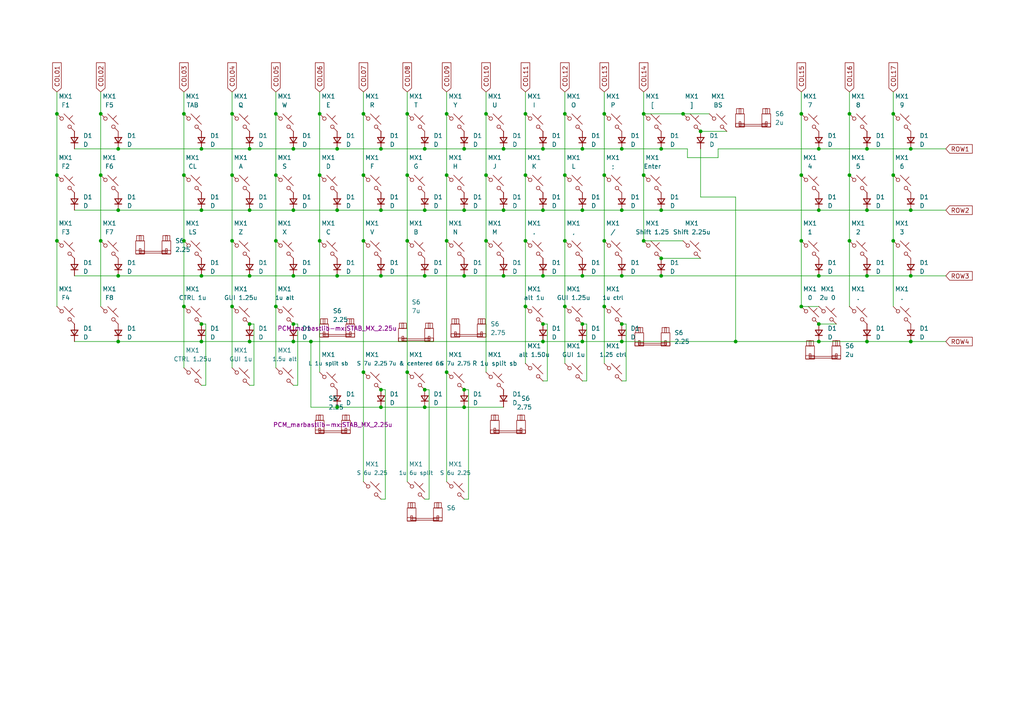
<source format=kicad_sch>
(kicad_sch (version 20230121) (generator eeschema)
  (paper "A4")
  (junction (at 251.46 43.18))
  (junction (at 146.05 80.01))
  (junction (at 163.83 69.85))
  (junction (at 58.42 80.01))
  (junction (at 264.16 80.01))
  (junction (at 251.46 60.96))
  (junction (at 72.39 93.98))
  (junction (at 175.26 33.02))
  (junction (at 232.41 69.85))
  (junction (at 129.54 69.85))
  (junction (at 16.51 69.85))
  (junction (at 105.41 107.95))
  (junction (at 140.97 50.8))
  (junction (at 186.69 33.02))
  (junction (at 259.08 33.02))
  (junction (at 92.71 50.8))
  (junction (at 29.21 33.02))
  (junction (at 72.39 60.96))
  (junction (at 118.11 50.8))
  (junction (at 163.83 33.02))
  (junction (at 123.19 113.03))
  (junction (at 85.09 60.96))
  (junction (at 168.91 80.01))
  (junction (at 58.42 99.06))
  (junction (at 134.62 43.18))
  (junction (at 191.77 80.01))
  (junction (at 157.48 93.98))
  (junction (at 85.09 80.01))
  (junction (at 259.08 50.8))
  (junction (at 110.49 118.11))
  (junction (at 134.62 118.11))
  (junction (at 232.41 88.9))
  (junction (at 97.79 118.11))
  (junction (at 34.29 60.96))
  (junction (at 16.51 33.02))
  (junction (at 123.19 80.01))
  (junction (at 72.39 99.06))
  (junction (at 140.97 69.85))
  (junction (at 97.79 60.96))
  (junction (at 110.49 113.03))
  (junction (at 175.26 69.85))
  (junction (at 129.54 50.8))
  (junction (at 191.77 60.96))
  (junction (at 110.49 80.01))
  (junction (at 180.34 43.18))
  (junction (at 34.29 99.06))
  (junction (at 168.91 43.18))
  (junction (at 251.46 80.01))
  (junction (at 264.16 99.06))
  (junction (at 237.49 93.98))
  (junction (at 146.05 60.96))
  (junction (at 140.97 33.02))
  (junction (at 251.46 99.06))
  (junction (at 157.48 60.96))
  (junction (at 58.42 60.96))
  (junction (at 34.29 43.18))
  (junction (at 53.34 33.02))
  (junction (at 123.19 43.18))
  (junction (at 180.34 60.96))
  (junction (at 264.16 60.96))
  (junction (at 134.62 60.96))
  (junction (at 180.34 93.98))
  (junction (at 134.62 113.03))
  (junction (at 53.34 50.8))
  (junction (at 237.49 99.06))
  (junction (at 246.38 33.02))
  (junction (at 157.48 43.18))
  (junction (at 80.01 33.02))
  (junction (at 97.79 80.01))
  (junction (at 152.4 88.9))
  (junction (at 67.31 33.02))
  (junction (at 90.17 99.06))
  (junction (at 237.49 43.18))
  (junction (at 123.19 118.11))
  (junction (at 72.39 43.18))
  (junction (at 152.4 50.8))
  (junction (at 34.29 80.01))
  (junction (at 80.01 69.85))
  (junction (at 85.09 99.06))
  (junction (at 157.48 80.01))
  (junction (at 16.51 50.8))
  (junction (at 110.49 60.96))
  (junction (at 85.09 43.18))
  (junction (at 118.11 33.02))
  (junction (at 186.69 69.85))
  (junction (at 203.2 38.1))
  (junction (at 80.01 50.8))
  (junction (at 53.34 88.9))
  (junction (at 191.77 74.93))
  (junction (at 105.41 33.02))
  (junction (at 67.31 50.8))
  (junction (at 105.41 69.85))
  (junction (at 105.41 50.8))
  (junction (at 175.26 50.8))
  (junction (at 232.41 33.02))
  (junction (at 29.21 50.8))
  (junction (at 237.49 80.01))
  (junction (at 129.54 107.95))
  (junction (at 163.83 88.9))
  (junction (at 134.62 80.01))
  (junction (at 67.31 69.85))
  (junction (at 180.34 99.06))
  (junction (at 264.16 43.18))
  (junction (at 237.49 60.96))
  (junction (at 180.34 80.01))
  (junction (at 92.71 33.02))
  (junction (at 157.48 99.06))
  (junction (at 58.42 93.98))
  (junction (at 191.77 43.18))
  (junction (at 118.11 107.95))
  (junction (at 80.01 88.9))
  (junction (at 175.26 88.9))
  (junction (at 58.42 43.18))
  (junction (at 92.71 69.85))
  (junction (at 123.19 60.96))
  (junction (at 152.4 69.85))
  (junction (at 168.91 93.98))
  (junction (at 152.4 33.02))
  (junction (at 186.69 50.8))
  (junction (at 259.08 69.85))
  (junction (at 97.79 43.18))
  (junction (at 67.31 88.9))
  (junction (at 118.11 69.85))
  (junction (at 146.05 43.18))
  (junction (at 72.39 80.01))
  (junction (at 129.54 33.02))
  (junction (at 246.38 50.8))
  (junction (at 168.91 60.96))
  (junction (at 85.09 93.98))
  (junction (at 110.49 43.18))
  (junction (at 53.34 69.85))
  (junction (at 168.91 99.06))
  (junction (at 163.83 50.8))
  (junction (at 213.36 99.06))
  (junction (at 232.41 50.8))
  (junction (at 246.38 69.85))
  (junction (at 29.21 69.85))
  (junction (at 198.12 33.02))
  (wire (pts (xy 152.4 88.9) (xy 152.4 105.41)))
  (wire (pts (xy 259.08 50.8) (xy 259.08 69.85)))
  (wire (pts (xy 264.16 99.06) (xy 274.32 99.06)))
  (wire (pts (xy 86.36 93.98) (xy 85.09 93.98)))
  (wire (pts (xy 203.2 38.1) (xy 210.82 38.1)))
  (wire (pts (xy 92.71 26.67) (xy 92.71 33.02)))
  (wire (pts (xy 168.91 60.96) (xy 180.34 60.96)))
  (wire (pts (xy 175.26 50.8) (xy 175.26 69.85)))
  (wire (pts (xy 158.75 93.98) (xy 158.75 110.49)))
  (wire (pts (xy 186.69 26.67) (xy 186.69 33.02)))
  (wire (pts (xy 90.17 99.06) (xy 90.17 118.11)))
  (wire (pts (xy 72.39 99.06) (xy 85.09 99.06)))
  (wire (pts (xy 237.49 93.98) (xy 242.57 93.98)))
  (wire (pts (xy 140.97 26.67) (xy 140.97 33.02)))
  (wire (pts (xy 246.38 50.8) (xy 246.38 69.85)))
  (wire (pts (xy 97.79 60.96) (xy 110.49 60.96)))
  (wire (pts (xy 97.79 43.18) (xy 110.49 43.18)))
  (wire (pts (xy 251.46 60.96) (xy 264.16 60.96)))
  (wire (pts (xy 191.77 80.01) (xy 237.49 80.01)))
  (wire (pts (xy 140.97 69.85) (xy 140.97 107.95)))
  (wire (pts (xy 123.19 118.11) (xy 134.62 118.11)))
  (wire (pts (xy 59.69 111.76) (xy 58.42 111.76)))
  (wire (pts (xy 105.41 69.85) (xy 105.41 107.95)))
  (wire (pts (xy 168.91 80.01) (xy 180.34 80.01)))
  (wire (pts (xy 53.34 50.8) (xy 53.34 69.85)))
  (wire (pts (xy 16.51 50.8) (xy 16.51 69.85)))
  (wire (pts (xy 29.21 69.85) (xy 29.21 88.9)))
  (wire (pts (xy 80.01 50.8) (xy 80.01 69.85)))
  (wire (pts (xy 72.39 80.01) (xy 85.09 80.01)))
  (wire (pts (xy 53.34 88.9) (xy 53.34 106.68)))
  (wire (pts (xy 53.34 33.02) (xy 53.34 50.8)))
  (wire (pts (xy 16.51 69.85) (xy 16.51 88.9)))
  (wire (pts (xy 251.46 99.06) (xy 264.16 99.06)))
  (wire (pts (xy 191.77 74.93) (xy 203.2 74.93)))
  (wire (pts (xy 58.42 99.06) (xy 72.39 99.06)))
  (wire (pts (xy 152.4 26.67) (xy 152.4 33.02)))
  (wire (pts (xy 59.69 93.98) (xy 59.69 111.76)))
  (wire (pts (xy 199.39 43.18) (xy 199.39 45.72)))
  (wire (pts (xy 110.49 60.96) (xy 123.19 60.96)))
  (wire (pts (xy 186.69 69.85) (xy 198.12 69.85)))
  (wire (pts (xy 157.48 43.18) (xy 168.91 43.18)))
  (wire (pts (xy 163.83 69.85) (xy 163.83 88.9)))
  (wire (pts (xy 80.01 33.02) (xy 80.01 50.8)))
  (wire (pts (xy 21.59 99.06) (xy 34.29 99.06)))
  (wire (pts (xy 199.39 45.72) (xy 208.28 45.72)))
  (wire (pts (xy 152.4 69.85) (xy 152.4 88.9)))
  (wire (pts (xy 97.79 118.11) (xy 110.49 118.11)))
  (wire (pts (xy 80.01 69.85) (xy 80.01 88.9)))
  (wire (pts (xy 180.34 60.96) (xy 191.77 60.96)))
  (wire (pts (xy 110.49 80.01) (xy 123.19 80.01)))
  (wire (pts (xy 170.18 110.49) (xy 168.91 110.49)))
  (wire (pts (xy 191.77 43.18) (xy 199.39 43.18)))
  (wire (pts (xy 124.46 113.03) (xy 124.46 144.78)))
  (wire (pts (xy 146.05 43.18) (xy 157.48 43.18)))
  (wire (pts (xy 110.49 113.03) (xy 111.76 113.03)))
  (wire (pts (xy 170.18 93.98) (xy 170.18 110.49)))
  (wire (pts (xy 203.2 43.18) (xy 203.2 57.15)))
  (wire (pts (xy 85.09 43.18) (xy 97.79 43.18)))
  (wire (pts (xy 213.36 99.06) (xy 237.49 99.06)))
  (wire (pts (xy 146.05 60.96) (xy 157.48 60.96)))
  (wire (pts (xy 168.91 93.98) (xy 170.18 93.98)))
  (wire (pts (xy 181.61 110.49) (xy 180.34 110.49)))
  (wire (pts (xy 180.34 80.01) (xy 191.77 80.01)))
  (wire (pts (xy 21.59 60.96) (xy 34.29 60.96)))
  (wire (pts (xy 29.21 26.67) (xy 29.21 33.02)))
  (wire (pts (xy 129.54 50.8) (xy 129.54 69.85)))
  (wire (pts (xy 232.41 50.8) (xy 232.41 69.85)))
  (wire (pts (xy 175.26 33.02) (xy 175.26 50.8)))
  (wire (pts (xy 259.08 33.02) (xy 259.08 50.8)))
  (wire (pts (xy 246.38 69.85) (xy 246.38 88.9)))
  (wire (pts (xy 90.17 99.06) (xy 157.48 99.06)))
  (wire (pts (xy 85.09 99.06) (xy 90.17 99.06)))
  (wire (pts (xy 237.49 60.96) (xy 251.46 60.96)))
  (wire (pts (xy 232.41 69.85) (xy 232.41 88.9)))
  (wire (pts (xy 34.29 80.01) (xy 58.42 80.01)))
  (wire (pts (xy 246.38 26.67) (xy 246.38 33.02)))
  (wire (pts (xy 118.11 33.02) (xy 118.11 50.8)))
  (wire (pts (xy 180.34 93.98) (xy 181.61 93.98)))
  (wire (pts (xy 29.21 50.8) (xy 29.21 69.85)))
  (wire (pts (xy 259.08 69.85) (xy 259.08 88.9)))
  (wire (pts (xy 85.09 80.01) (xy 97.79 80.01)))
  (wire (pts (xy 251.46 80.01) (xy 264.16 80.01)))
  (wire (pts (xy 237.49 99.06) (xy 251.46 99.06)))
  (wire (pts (xy 111.76 144.78) (xy 110.49 144.78)))
  (wire (pts (xy 129.54 33.02) (xy 129.54 50.8)))
  (wire (pts (xy 72.39 43.18) (xy 85.09 43.18)))
  (wire (pts (xy 134.62 80.01) (xy 146.05 80.01)))
  (wire (pts (xy 86.36 93.98) (xy 86.36 111.76)))
  (wire (pts (xy 181.61 93.98) (xy 181.61 110.49)))
  (wire (pts (xy 105.41 26.67) (xy 105.41 33.02)))
  (wire (pts (xy 53.34 26.67) (xy 53.34 33.02)))
  (wire (pts (xy 259.08 26.67) (xy 259.08 33.02)))
  (wire (pts (xy 34.29 60.96) (xy 58.42 60.96)))
  (wire (pts (xy 213.36 57.15) (xy 213.36 99.06)))
  (wire (pts (xy 124.46 144.78) (xy 123.19 144.78)))
  (wire (pts (xy 90.17 118.11) (xy 97.79 118.11)))
  (wire (pts (xy 105.41 33.02) (xy 105.41 50.8)))
  (wire (pts (xy 34.29 43.18) (xy 58.42 43.18)))
  (wire (pts (xy 129.54 26.67) (xy 129.54 33.02)))
  (wire (pts (xy 110.49 118.11) (xy 123.19 118.11)))
  (wire (pts (xy 186.69 33.02) (xy 198.12 33.02)))
  (wire (pts (xy 86.36 111.76) (xy 85.09 111.76)))
  (wire (pts (xy 118.11 26.67) (xy 118.11 33.02)))
  (wire (pts (xy 157.48 93.98) (xy 158.75 93.98)))
  (wire (pts (xy 58.42 60.96) (xy 72.39 60.96)))
  (wire (pts (xy 123.19 113.03) (xy 124.46 113.03)))
  (wire (pts (xy 203.2 57.15) (xy 213.36 57.15)))
  (wire (pts (xy 29.21 33.02) (xy 29.21 50.8)))
  (wire (pts (xy 16.51 26.67) (xy 16.51 33.02)))
  (wire (pts (xy 264.16 60.96) (xy 274.32 60.96)))
  (wire (pts (xy 152.4 50.8) (xy 152.4 69.85)))
  (wire (pts (xy 135.89 113.03) (xy 135.89 144.78)))
  (wire (pts (xy 134.62 118.11) (xy 146.05 118.11)))
  (wire (pts (xy 180.34 43.18) (xy 191.77 43.18)))
  (wire (pts (xy 208.28 45.72) (xy 208.28 43.18)))
  (wire (pts (xy 111.76 113.03) (xy 111.76 144.78)))
  (wire (pts (xy 129.54 69.85) (xy 129.54 107.95)))
  (wire (pts (xy 67.31 88.9) (xy 67.31 106.68)))
  (wire (pts (xy 232.41 33.02) (xy 232.41 50.8)))
  (wire (pts (xy 118.11 69.85) (xy 118.11 107.95)))
  (wire (pts (xy 180.34 99.06) (xy 213.36 99.06)))
  (wire (pts (xy 16.51 33.02) (xy 16.51 50.8)))
  (wire (pts (xy 34.29 99.06) (xy 58.42 99.06)))
  (wire (pts (xy 246.38 33.02) (xy 246.38 50.8)))
  (wire (pts (xy 118.11 50.8) (xy 118.11 69.85)))
  (wire (pts (xy 129.54 107.95) (xy 129.54 139.7)))
  (wire (pts (xy 80.01 88.9) (xy 80.01 106.68)))
  (wire (pts (xy 134.62 43.18) (xy 146.05 43.18)))
  (wire (pts (xy 237.49 43.18) (xy 251.46 43.18)))
  (wire (pts (xy 146.05 80.01) (xy 157.48 80.01)))
  (wire (pts (xy 163.83 50.8) (xy 163.83 69.85)))
  (wire (pts (xy 110.49 43.18) (xy 123.19 43.18)))
  (wire (pts (xy 163.83 33.02) (xy 163.83 50.8)))
  (wire (pts (xy 163.83 26.67) (xy 163.83 33.02)))
  (wire (pts (xy 67.31 50.8) (xy 67.31 69.85)))
  (wire (pts (xy 123.19 60.96) (xy 134.62 60.96)))
  (wire (pts (xy 105.41 50.8) (xy 105.41 69.85)))
  (wire (pts (xy 140.97 33.02) (xy 140.97 50.8)))
  (wire (pts (xy 175.26 69.85) (xy 175.26 88.9)))
  (wire (pts (xy 135.89 144.78) (xy 134.62 144.78)))
  (wire (pts (xy 168.91 43.18) (xy 180.34 43.18)))
  (wire (pts (xy 175.26 88.9) (xy 175.26 105.41)))
  (wire (pts (xy 85.09 60.96) (xy 97.79 60.96)))
  (wire (pts (xy 67.31 33.02) (xy 67.31 50.8)))
  (wire (pts (xy 175.26 26.67) (xy 175.26 33.02)))
  (wire (pts (xy 168.91 99.06) (xy 180.34 99.06)))
  (wire (pts (xy 157.48 99.06) (xy 168.91 99.06)))
  (wire (pts (xy 67.31 69.85) (xy 67.31 88.9)))
  (wire (pts (xy 92.71 50.8) (xy 92.71 69.85)))
  (wire (pts (xy 80.01 26.67) (xy 80.01 33.02)))
  (wire (pts (xy 123.19 80.01) (xy 134.62 80.01)))
  (wire (pts (xy 59.69 93.98) (xy 58.42 93.98)))
  (wire (pts (xy 73.66 93.98) (xy 73.66 111.76)))
  (wire (pts (xy 105.41 107.95) (xy 105.41 139.7)))
  (wire (pts (xy 92.71 69.85) (xy 92.71 107.95)))
  (wire (pts (xy 198.12 33.02) (xy 205.74 33.02)))
  (wire (pts (xy 134.62 60.96) (xy 146.05 60.96)))
  (wire (pts (xy 232.41 26.67) (xy 232.41 33.02)))
  (wire (pts (xy 251.46 43.18) (xy 264.16 43.18)))
  (wire (pts (xy 186.69 50.8) (xy 186.69 69.85)))
  (wire (pts (xy 163.83 88.9) (xy 163.83 105.41)))
  (wire (pts (xy 157.48 60.96) (xy 168.91 60.96)))
  (wire (pts (xy 152.4 33.02) (xy 152.4 50.8)))
  (wire (pts (xy 72.39 60.96) (xy 85.09 60.96)))
  (wire (pts (xy 58.42 80.01) (xy 72.39 80.01)))
  (wire (pts (xy 208.28 43.18) (xy 237.49 43.18)))
  (wire (pts (xy 232.41 88.9) (xy 237.49 88.9)))
  (wire (pts (xy 67.31 26.67) (xy 67.31 33.02)))
  (wire (pts (xy 134.62 113.03) (xy 135.89 113.03)))
  (wire (pts (xy 73.66 93.98) (xy 72.39 93.98)))
  (wire (pts (xy 92.71 33.02) (xy 92.71 50.8)))
  (wire (pts (xy 123.19 43.18) (xy 134.62 43.18)))
  (wire (pts (xy 58.42 43.18) (xy 72.39 43.18)))
  (wire (pts (xy 53.34 69.85) (xy 53.34 88.9)))
  (wire (pts (xy 191.77 60.96) (xy 237.49 60.96)))
  (wire (pts (xy 264.16 80.01) (xy 274.32 80.01)))
  (wire (pts (xy 140.97 50.8) (xy 140.97 69.85)))
  (wire (pts (xy 21.59 43.18) (xy 34.29 43.18)))
  (wire (pts (xy 73.66 111.76) (xy 72.39 111.76)))
  (wire (pts (xy 237.49 80.01) (xy 251.46 80.01)))
  (wire (pts (xy 157.48 80.01) (xy 168.91 80.01)))
  (wire (pts (xy 118.11 107.95) (xy 118.11 139.7)))
  (wire (pts (xy 21.59 80.01) (xy 34.29 80.01)))
  (wire (pts (xy 97.79 80.01) (xy 110.49 80.01)))
  (wire (pts (xy 264.16 43.18) (xy 274.32 43.18)))
  (wire (pts (xy 158.75 110.49) (xy 157.48 110.49)))
  (wire (pts (xy 186.69 33.02) (xy 186.69 50.8)))
  (global_label "COL16" (shape input) (at 246.38 26.67 90) (property "Intersheetrefs" "${INTERSHEET_REFS}" (effects hide)))
  (global_label "COL04" (shape input) (at 67.31 26.67 90) (property "Intersheetrefs" "${INTERSHEET_REFS}" (effects hide)))
  (global_label "ROW3" (shape input) (at 274.32 80.01 0) (property "Intersheetrefs" "${INTERSHEET_REFS}" (effects hide)))
  (global_label "COL03" (shape input) (at 53.34 26.67 90) (property "Intersheetrefs" "${INTERSHEET_REFS}" (effects hide)))
  (global_label "COL15" (shape input) (at 232.41 26.67 90) (property "Intersheetrefs" "${INTERSHEET_REFS}" (effects hide)))
  (global_label "COL06" (shape input) (at 92.71 26.67 90) (property "Intersheetrefs" "${INTERSHEET_REFS}" (effects hide)))
  (global_label "COL17" (shape input) (at 259.08 26.67 90) (property "Intersheetrefs" "${INTERSHEET_REFS}" (effects hide)))
  (global_label "ROW4" (shape input) (at 274.32 99.06 0) (property "Intersheetrefs" "${INTERSHEET_REFS}" (effects hide)))
  (global_label "COL10" (shape input) (at 140.97 26.67 90) (property "Intersheetrefs" "${INTERSHEET_REFS}" (effects hide)))
  (global_label "ROW2" (shape input) (at 274.32 60.96 0) (property "Intersheetrefs" "${INTERSHEET_REFS}" (effects hide)))
  (global_label "COL05" (shape input) (at 80.01 26.67 90) (property "Intersheetrefs" "${INTERSHEET_REFS}" (effects hide)))
  (global_label "COL12" (shape input) (at 163.83 26.67 90) (property "Intersheetrefs" "${INTERSHEET_REFS}" (effects hide)))
  (global_label "COL09" (shape input) (at 129.54 26.67 90) (property "Intersheetrefs" "${INTERSHEET_REFS}" (effects hide)))
  (global_label "COL07" (shape input) (at 105.41 26.67 90) (property "Intersheetrefs" "${INTERSHEET_REFS}" (effects hide)))
  (global_label "ROW1" (shape input) (at 274.32 43.18 0) (property "Intersheetrefs" "${INTERSHEET_REFS}" (effects hide)))
  (global_label "COL02" (shape input) (at 29.21 26.67 90) (property "Intersheetrefs" "${INTERSHEET_REFS}" (effects hide)))
  (global_label "COL13" (shape input) (at 175.26 26.67 90) (property "Intersheetrefs" "${INTERSHEET_REFS}" (effects hide)))
  (global_label "COL01" (shape input) (at 16.51 26.67 90) (property "Intersheetrefs" "${INTERSHEET_REFS}" (effects hide)))
  (global_label "COL14" (shape input) (at 186.69 26.67 90) (property "Intersheetrefs" "${INTERSHEET_REFS}" (effects hide)))
  (global_label "COL08" (shape input) (at 118.11 26.67 90) (property "Intersheetrefs" "${INTERSHEET_REFS}" (effects hide)))
  (global_label "COL11" (shape input) (at 152.4 26.67 90) (property "Intersheetrefs" "${INTERSHEET_REFS}" (effects hide)))
  (symbol (lib_id "marbastlib-mx:MX_SW_solder") (at 55.88 109.22 0) (unit 1) (in_bom no)
    (property "Reference" "MX1" (at 55.88 101.6 0))
    (property "Value" "CTRL 1.25u" (at 55.88 104.14 0))
    (property "Footprint" "PCM_marbastlib-mx:SW_MX_1.25u" (effects hide))
    (instances (project "matrix" (path "" (reference "MX1") (unit 1))) (project "spell" (path "" (reference "MX70") (unit 1))) (project "ice60v2" (path "" (reference "MX13") (unit 1))))
  )
  (symbol (lib_id "Device:D_Small") (at 168.91 40.64 90) (unit 1)
    (property "Reference" "D1" (at 171.45 39.37 90) (effects (justify right)))
    (property "Value" "D" (at 171.45 41.91 90) (effects (justify right)))
    (property "Footprint" "Diode_SMD:D_SOD-123" (effects hide))
    (instances (project "matrix" (path "" (reference "D1") (unit 1))) (project "spell" (path "" (reference "D12") (unit 1))) (project "ice60v2" (path "" (reference "D14") (unit 1))))
  )
  (symbol (lib_id "marbastlib-mx:MX_stab") (at 120.65 96.52 0) (mirror y) (unit 1) (in_bom no)
    (property "Reference" "S6" (at 119.38 87.63 0) (effects (justify right)))
    (property "Value" "7u" (at 119.38 90.17 0) (effects (justify right)))
    (property "Footprint" "PCM_marbastlib-mx:STAB_MX_7u" (effects hide))
    (instances (project "matrix" (path "" (reference "S6") (unit 1))) (project "spell" (path "" (reference "S9") (unit 1))) (project "chill60" (path "" (reference "S6") (unit 1))))
  )
  (symbol (lib_id "Device:D_Small") (at 180.34 40.64 90) (unit 1)
    (property "Reference" "D1" (at 182.88 39.37 90) (effects (justify right)))
    (property "Value" "D" (at 182.88 41.91 90) (effects (justify right)))
    (property "Footprint" "Diode_SMD:D_SOD-123" (effects hide))
    (instances (project "matrix" (path "" (reference "D1") (unit 1))) (project "spell" (path "" (reference "D13") (unit 1))) (project "ice60v2" (path "" (reference "D14") (unit 1))))
  )
  (symbol (lib_id "marbastlib-mx:MX_SW_solder") (at 166.37 35.56 0) (unit 1) (in_bom no)
    (property "Reference" "MX1" (at 166.37 27.94 0))
    (property "Value" "O" (at 166.37 30.48 0))
    (property "Footprint" "PCM_marbastlib-mx:SW_MX_1u" (effects hide))
    (instances (project "matrix" (path "" (reference "MX1") (unit 1))) (project "spell" (path "" (reference "MX12") (unit 1))) (project "ice60v2" (path "" (reference "MX14") (unit 1))))
  )
  (symbol (lib_id "Device:D_Small") (at 34.29 77.47 90) (unit 1)
    (property "Reference" "D1" (at 36.83 76.2 90) (effects (justify right)))
    (property "Value" "D" (at 36.83 78.74 90) (effects (justify right)))
    (property "Footprint" "Diode_SMD:D_SOD-123" (effects hide))
    (instances (project "matrix" (path "" (reference "D1") (unit 1))) (project "spell" (path "" (reference "D37") (unit 1))) (project "ice60v2" (path "" (reference "D6") (unit 1))))
  )
  (symbol (lib_id "marbastlib-mx:MX_SW_solder") (at 82.55 91.44 0) (unit 1) (in_bom no)
    (property "Reference" "MX1" (at 82.55 83.82 0))
    (property "Value" "1u alt" (at 82.55 86.36 0) (effects (font (size 1.15 1.15))))
    (property "Footprint" "PCM_marbastlib-mx:SW_MX_1u" (effects hide))
    (instances (project "matrix" (path "" (reference "MX1") (unit 1))) (project "spell" (path "" (reference "MX59") (unit 1))) (project "ice60v2" (path "" (reference "MX18") (unit 1))))
  )
  (symbol (lib_id "Device:D_Small") (at 191.77 58.42 90) (unit 1)
    (property "Reference" "D1" (at 194.31 57.15 90) (effects (justify right)))
    (property "Value" "D" (at 194.31 59.69 90) (effects (justify right)))
    (property "Footprint" "Diode_SMD:D_SOD-123" (effects hide))
    (instances (project "matrix" (path "" (reference "D1") (unit 1))) (project "spell" (path "" (reference "D32") (unit 1))) (project "ice60v2" (path "" (reference "D15") (unit 1))))
  )
  (symbol (lib_id "marbastlib-mx:MX_SW_solder") (at 31.75 72.39 0) (unit 1) (in_bom no)
    (property "Reference" "MX1" (at 31.75 64.77 0))
    (property "Value" "F7" (at 31.75 67.31 0))
    (property "Footprint" "PCM_marbastlib-mx:SW_MX_1u" (effects hide))
    (instances (project "matrix" (path "" (reference "MX1") (unit 1))) (project "spell" (path "" (reference "MX38") (unit 1))) (project "ice60v2" (path "" (reference "MX6") (unit 1))))
  )
  (symbol (lib_id "marbastlib-mx:MX_SW_solder") (at 248.92 91.44 0) (unit 1) (in_bom no)
    (property "Reference" "MX1" (at 248.92 83.82 0))
    (property "Value" "." (at 248.92 86.36 0))
    (property "Footprint" "PCM_marbastlib-mx:SW_MX_1u" (effects hide))
    (instances (project "matrix" (path "" (reference "MX1") (unit 1))) (project "spell" (path "" (reference "MX65") (unit 1))) (project "ice60v2" (path "" (reference "MX17") (unit 1))))
  )
  (symbol (lib_id "Device:D_Small") (at 21.59 58.42 90) (unit 1)
    (property "Reference" "D1" (at 24.13 57.15 90) (effects (justify right)))
    (property "Value" "D" (at 24.13 59.69 90) (effects (justify right)))
    (property "Footprint" "Diode_SMD:D_SOD-123" (effects hide))
    (instances (project "matrix" (path "" (reference "D1") (unit 1))) (project "spell" (path "" (reference "D19") (unit 1))) (project "ice60v2" (path "" (reference "D3") (unit 1))))
  )
  (symbol (lib_id "marbastlib-mx:MX_SW_solder") (at 69.85 53.34 0) (unit 1) (in_bom no)
    (property "Reference" "MX1" (at 69.85 45.72 0))
    (property "Value" "A" (at 69.85 48.26 0))
    (property "Footprint" "PCM_marbastlib-mx:SW_MX_1u" (effects hide))
    (instances (project "matrix" (path "" (reference "MX1") (unit 1))) (project "spell" (path "" (reference "MX23") (unit 1))) (project "ice60v2" (path "" (reference "MX15") (unit 1))))
  )
  (symbol (lib_id "marbastlib-mx:MX_SW_solder") (at 248.92 53.34 0) (unit 1) (in_bom no)
    (property "Reference" "MX1" (at 248.92 45.72 0))
    (property "Value" "5" (at 248.92 48.26 0))
    (property "Footprint" "PCM_marbastlib-mx:SW_MX_1u" (effects hide))
    (instances (project "matrix" (path "" (reference "MX1") (unit 1))) (project "spell" (path "" (reference "MX35") (unit 1))) (project "ice60v2" (path "" (reference "MX15") (unit 1))))
  )
  (symbol (lib_id "marbastlib-mx:MX_SW_solder") (at 82.55 35.56 0) (unit 1) (in_bom no)
    (property "Reference" "MX1" (at 82.55 27.94 0))
    (property "Value" "W" (at 82.55 30.48 0))
    (property "Footprint" "PCM_marbastlib-mx:SW_MX_1u" (effects hide))
    (instances (project "matrix" (path "" (reference "MX1") (unit 1))) (project "spell" (path "" (reference "MX5") (unit 1))) (project "ice60v2" (path "" (reference "MX14") (unit 1))))
  )
  (symbol (lib_id "Device:D_Small") (at 134.62 77.47 90) (unit 1)
    (property "Reference" "D1" (at 137.16 76.2 90) (effects (justify right)))
    (property "Value" "D" (at 137.16 78.74 90) (effects (justify right)))
    (property "Footprint" "Diode_SMD:D_SOD-123" (effects hide))
    (instances (project "matrix" (path "" (reference "D1") (unit 1))) (project "spell" (path "" (reference "D44") (unit 1))) (project "ice60v2" (path "" (reference "D16") (unit 1))))
  )
  (symbol (lib_id "marbastlib-mx:MX_stab") (at 44.45 71.12 0) (mirror y) (unit 1) (in_bom no)
    (property "Reference" "S6" (at 50.8 69.85 0) (effects (justify right)))
    (property "Value" "2.25" (at 50.8 72.39 0) (effects (justify right)))
    (property "Footprint" "PCM_marbastlib-mx:STAB_MX_2.25u" (effects hide))
    (instances (project "matrix" (path "" (reference "S6") (unit 1))) (project "spell" (path "" (reference "S3") (unit 1))) (project "chill60" (path "" (reference "S6") (unit 1))))
  )
  (symbol (lib_id "Device:D_Small") (at 264.16 40.64 90) (unit 1)
    (property "Reference" "D1" (at 266.7 39.37 90) (effects (justify right)))
    (property "Value" "D" (at 266.7 41.91 90) (effects (justify right)))
    (property "Footprint" "Diode_SMD:D_SOD-123" (effects hide))
    (instances (project "matrix" (path "" (reference "D1") (unit 1))) (project "spell" (path "" (reference "D18") (unit 1))) (project "ice60v2" (path "" (reference "D14") (unit 1))))
  )
  (symbol (lib_id "marbastlib-mx:MX_SW_solder") (at 143.51 110.49 0) (unit 1) (in_bom no)
    (property "Reference" "MX1" (at 143.51 102.87 0))
    (property "Value" "R 1u split sb" (at 143.51 105.41 0))
    (property "Footprint" "PCM_marbastlib-mx:SW_MX_1u" (effects hide))
    (instances (project "matrix" (path "" (reference "MX1") (unit 1))) (project "spell" (path "" (reference "MX77") (unit 1))) (project "ice60v2" (path "" (reference "MX16") (unit 1))))
  )
  (symbol (lib_id "marbastlib-mx:MX_SW_solder") (at 166.37 72.39 0) (unit 1) (in_bom no)
    (property "Reference" "MX1" (at 166.37 64.77 0))
    (property "Value" "," (at 166.37 67.31 0))
    (property "Footprint" "PCM_marbastlib-mx:SW_MX_1u" (effects hide))
    (instances (project "matrix" (path "" (reference "MX1") (unit 1))) (project "spell" (path "" (reference "MX48") (unit 1))) (project "ice60v2" (path "" (reference "MX16") (unit 1))))
  )
  (symbol (lib_id "Device:D_Small") (at 168.91 77.47 90) (unit 1)
    (property "Reference" "D1" (at 171.45 76.2 90) (effects (justify right)))
    (property "Value" "D" (at 171.45 78.74 90) (effects (justify right)))
    (property "Footprint" "Diode_SMD:D_SOD-123" (effects hide))
    (instances (project "matrix" (path "" (reference "D1") (unit 1))) (project "spell" (path "" (reference "D47") (unit 1))) (project "ice60v2" (path "" (reference "D16") (unit 1))))
  )
  (symbol (lib_id "marbastlib-mx:MX_SW_solder") (at 234.95 35.56 0) (unit 1) (in_bom no)
    (property "Reference" "MX1" (at 234.95 27.94 0))
    (property "Value" "7" (at 234.95 30.48 0))
    (property "Footprint" "PCM_marbastlib-mx:SW_MX_1u" (effects hide))
    (instances (project "matrix" (path "" (reference "MX1") (unit 1))) (project "spell" (path "" (reference "MX17") (unit 1))) (project "ice60v2" (path "" (reference "MX9") (unit 1))))
  )
  (symbol (lib_id "marbastlib-mx:MX_SW_solder") (at 154.94 72.39 0) (unit 1) (in_bom no)
    (property "Reference" "MX1" (at 154.94 64.77 0))
    (property "Value" "." (at 154.94 67.31 0))
    (property "Footprint" "PCM_marbastlib-mx:SW_MX_1u" (effects hide))
    (instances (project "matrix" (path "" (reference "MX1") (unit 1))) (project "spell" (path "" (reference "MX47") (unit 1))) (project "ice60v2" (path "" (reference "MX16") (unit 1))))
  )
  (symbol (lib_id "Device:D_Small") (at 34.29 40.64 90) (unit 1)
    (property "Reference" "D1" (at 36.83 39.37 90) (effects (justify right)))
    (property "Value" "D" (at 36.83 41.91 90) (effects (justify right)))
    (property "Footprint" "Diode_SMD:D_SOD-123" (effects hide))
    (instances (project "matrix" (path "" (reference "D1") (unit 1))) (project "spell" (path "" (reference "D2") (unit 1))) (project "ice60v2" (path "" (reference "D2") (unit 1))))
  )
  (symbol (lib_id "Device:D_Small") (at 157.48 40.64 90) (unit 1)
    (property "Reference" "D1" (at 160.02 39.37 90) (effects (justify right)))
    (property "Value" "D" (at 160.02 41.91 90) (effects (justify right)))
    (property "Footprint" "Diode_SMD:D_SOD-123" (effects hide))
    (instances (project "matrix" (path "" (reference "D1") (unit 1))) (project "spell" (path "" (reference "D11") (unit 1))) (project "ice60v2" (path "" (reference "D14") (unit 1))))
  )
  (symbol (lib_id "marbastlib-mx:MX_SW_solder") (at 261.62 91.44 0) (unit 1) (in_bom no)
    (property "Reference" "MX1" (at 261.62 83.82 0))
    (property "Value" "." (at 261.62 86.36 0) (effects (font (size 1.15 1.15))))
    (property "Footprint" "PCM_marbastlib-mx:SW_MX_1u" (effects hide))
    (instances (project "matrix" (path "" (reference "MX1") (unit 1))) (project "spell" (path "" (reference "MX66") (unit 1))) (project "ice60v2" (path "" (reference "MX18") (unit 1))))
  )
  (symbol (lib_id "marbastlib-mx:MX_stab") (at 123.19 148.59 0) (mirror y) (unit 1) (in_bom no)
    (property "Reference" "S6" (at 129.54 147.32 0) (effects (justify right)))
    (property "Value" "6u" (effects hide))
    (property "Footprint" "PCM_marbastlib-mx:STAB_MX_6u" (effects hide))
    (instances (project "matrix" (path "" (reference "S6") (unit 1))) (project "spell" (path "" (reference "S10") (unit 1))) (project "chill60" (path "" (reference "S6") (unit 1))))
  )
  (symbol (lib_id "marbastlib-mx:MX_SW_solder") (at 82.55 109.22 0) (unit 1) (in_bom no)
    (property "Reference" "MX1" (at 82.55 101.6 0))
    (property "Value" "1.5u alt" (at 82.55 104.14 0) (effects (font (size 1.15 1.15))))
    (property "Footprint" "PCM_marbastlib-mx:SW_MX_1.5u" (effects hide))
    (instances (project "matrix" (path "" (reference "MX1") (unit 1))) (project "spell" (path "" (reference "MX72") (unit 1))) (project "ice60v2" (path "" (reference "MX18") (unit 1))))
  )
  (symbol (lib_id "marbastlib-mx:MX_SW_solder") (at 69.85 91.44 0) (unit 1) (in_bom no)
    (property "Reference" "MX1" (at 69.85 83.82 0))
    (property "Value" "GUI 1.25u" (at 69.85 86.36 0))
    (property "Footprint" "PCM_marbastlib-mx:SW_MX_1.25u" (effects hide))
    (instances (project "matrix" (path "" (reference "MX1") (unit 1))) (project "spell" (path "" (reference "MX58") (unit 1))) (project "ice60v2" (path "" (reference "MX17") (unit 1))))
  )
  (symbol (lib_id "Device:D_Small") (at 146.05 58.42 90) (unit 1)
    (property "Reference" "D1" (at 148.59 57.15 90) (effects (justify right)))
    (property "Value" "D" (at 148.59 59.69 90) (effects (justify right)))
    (property "Footprint" "Diode_SMD:D_SOD-123" (effects hide))
    (instances (project "matrix" (path "" (reference "D1") (unit 1))) (project "spell" (path "" (reference "D28") (unit 1))) (project "ice60v2" (path "" (reference "D15") (unit 1))))
  )
  (symbol (lib_id "marbastlib-mx:MX_SW_solder") (at 132.08 35.56 0) (unit 1) (in_bom no)
    (property "Reference" "MX1" (at 132.08 27.94 0))
    (property "Value" "Y" (at 132.08 30.48 0))
    (property "Footprint" "PCM_marbastlib-mx:SW_MX_1u" (effects hide))
    (instances (project "matrix" (path "" (reference "MX1") (unit 1))) (project "spell" (path "" (reference "MX9") (unit 1))) (project "ice60v2" (path "" (reference "MX14") (unit 1))))
  )
  (symbol (lib_id "marbastlib-mx:MX_SW_solder") (at 154.94 35.56 0) (unit 1) (in_bom no)
    (property "Reference" "MX1" (at 154.94 27.94 0))
    (property "Value" "I" (at 154.94 30.48 0))
    (property "Footprint" "PCM_marbastlib-mx:SW_MX_1u" (effects hide))
    (instances (project "matrix" (path "" (reference "MX1") (unit 1))) (project "spell" (path "" (reference "MX11") (unit 1))) (project "ice60v2" (path "" (reference "MX14") (unit 1))))
  )
  (symbol (lib_id "Device:D_Small") (at 85.09 77.47 90) (unit 1)
    (property "Reference" "D1" (at 87.63 76.2 90) (effects (justify right)))
    (property "Value" "D" (at 87.63 78.74 90) (effects (justify right)))
    (property "Footprint" "Diode_SMD:D_SOD-123" (effects hide))
    (instances (project "matrix" (path "" (reference "D1") (unit 1))) (project "spell" (path "" (reference "D40") (unit 1))) (project "ice60v2" (path "" (reference "D16") (unit 1))))
  )
  (symbol (lib_id "Device:D_Small") (at 97.79 58.42 90) (unit 1)
    (property "Reference" "D1" (at 100.33 57.15 90) (effects (justify right)))
    (property "Value" "D" (at 100.33 59.69 90) (effects (justify right)))
    (property "Footprint" "Diode_SMD:D_SOD-123" (effects hide))
    (instances (project "matrix" (path "" (reference "D1") (unit 1))) (project "spell" (path "" (reference "D24") (unit 1))) (project "ice60v2" (path "" (reference "D15") (unit 1))))
  )
  (symbol (lib_id "marbastlib-mx:MX_SW_solder") (at 154.94 53.34 0) (unit 1) (in_bom no)
    (property "Reference" "MX1" (at 154.94 45.72 0))
    (property "Value" "K" (at 154.94 48.26 0))
    (property "Footprint" "PCM_marbastlib-mx:SW_MX_1u" (effects hide))
    (instances (project "matrix" (path "" (reference "MX1") (unit 1))) (project "spell" (path "" (reference "MX30") (unit 1))) (project "ice60v2" (path "" (reference "MX15") (unit 1))))
  )
  (symbol (lib_id "marbastlib-mx:MX_SW_solder") (at 177.8 72.39 0) (unit 1) (in_bom no)
    (property "Reference" "MX1" (at 177.8 64.77 0))
    (property "Value" "/" (at 177.8 67.31 0))
    (property "Footprint" "PCM_marbastlib-mx:SW_MX_1u" (effects hide))
    (instances (project "matrix" (path "" (reference "MX1") (unit 1))) (project "spell" (path "" (reference "MX49") (unit 1))) (project "ice60v2" (path "" (reference "MX16") (unit 1))))
  )
  (symbol (lib_id "Device:D_Small") (at 251.46 58.42 90) (unit 1)
    (property "Reference" "D1" (at 254 57.15 90) (effects (justify right)))
    (property "Value" "D" (at 254 59.69 90) (effects (justify right)))
    (property "Footprint" "Diode_SMD:D_SOD-123" (effects hide))
    (instances (project "matrix" (path "" (reference "D1") (unit 1))) (project "spell" (path "" (reference "D34") (unit 1))) (project "ice60v2" (path "" (reference "D15") (unit 1))))
  )
  (symbol (lib_id "marbastlib-mx:MX_stab") (at 135.89 95.25 0) (mirror y) (unit 1) (in_bom no)
    (property "Reference" "S6" (at 142.24 93.98 0) (effects (justify right)))
    (property "Value" "2.75" (at 142.24 96.52 0) (effects (justify right)))
    (property "Footprint" "PCM_marbastlib-mx:STAB_MX_2.75u" (effects hide))
    (instances (project "matrix" (path "" (reference "S6") (unit 1))) (project "spell" (path "" (reference "S5") (unit 1))) (project "chill60" (path "" (reference "S6") (unit 1))))
  )
  (symbol (lib_id "Device:D_Small") (at 97.79 40.64 90) (unit 1)
    (property "Reference" "D1" (at 100.33 39.37 90) (effects (justify right)))
    (property "Value" "D" (at 100.33 41.91 90) (effects (justify right)))
    (property "Footprint" "Diode_SMD:D_SOD-123" (effects hide))
    (instances (project "matrix" (path "" (reference "D1") (unit 1))) (project "spell" (path "" (reference "D6") (unit 1))) (project "ice60v2" (path "" (reference "D14") (unit 1))))
  )
  (symbol (lib_id "Device:D_Small") (at 72.39 96.52 90) (unit 1)
    (property "Reference" "D1" (at 74.93 95.25 90) (effects (justify right)))
    (property "Value" "D" (at 74.93 97.79 90) (effects (justify right)))
    (property "Footprint" "Diode_SMD:D_SOD-123" (effects hide))
    (instances (project "matrix" (path "" (reference "D1") (unit 1))) (project "spell" (path "" (reference "D57") (unit 1))) (project "ice60v2" (path "" (reference "D17") (unit 1))))
  )
  (symbol (lib_id "Device:D_Small") (at 34.29 58.42 90) (unit 1)
    (property "Reference" "D1" (at 36.83 57.15 90) (effects (justify right)))
    (property "Value" "D" (at 36.83 59.69 90) (effects (justify right)))
    (property "Footprint" "Diode_SMD:D_SOD-123" (effects hide))
    (instances (project "matrix" (path "" (reference "D1") (unit 1))) (project "spell" (path "" (reference "D20") (unit 1))) (project "ice60v2" (path "" (reference "D4") (unit 1))))
  )
  (symbol (lib_id "Device:D_Small") (at 180.34 96.52 90) (unit 1)
    (property "Reference" "D1" (at 182.88 95.25 90) (effects (justify right)))
    (property "Value" "D" (at 182.88 97.79 90) (effects (justify right)))
    (property "Footprint" "Diode_SMD:D_SOD-123" (effects hide))
    (instances (project "matrix" (path "" (reference "D1") (unit 1))) (project "spell" (path "" (reference "D61") (unit 1))) (project "ice60v2" (path "" (reference "D18") (unit 1))))
  )
  (symbol (lib_id "marbastlib-mx:MX_SW_solder") (at 143.51 53.34 0) (unit 1) (in_bom no)
    (property "Reference" "MX1" (at 143.51 45.72 0))
    (property "Value" "J" (at 143.51 48.26 0))
    (property "Footprint" "PCM_marbastlib-mx:SW_MX_1u" (effects hide))
    (instances (project "matrix" (path "" (reference "MX1") (unit 1))) (project "spell" (path "" (reference "MX29") (unit 1))) (project "ice60v2" (path "" (reference "MX15") (unit 1))))
  )
  (symbol (lib_id "Device:D_Small") (at 72.39 77.47 90) (unit 1)
    (property "Reference" "D1" (at 74.93 76.2 90) (effects (justify right)))
    (property "Value" "D" (at 74.93 78.74 90) (effects (justify right)))
    (property "Footprint" "Diode_SMD:D_SOD-123" (effects hide))
    (instances (project "matrix" (path "" (reference "D1") (unit 1))) (project "spell" (path "" (reference "D39") (unit 1))) (project "ice60v2" (path "" (reference "D16") (unit 1))))
  )
  (symbol (lib_id "Device:D_Small") (at 123.19 77.47 90) (unit 1)
    (property "Reference" "D1" (at 125.73 76.2 90) (effects (justify right)))
    (property "Value" "D" (at 125.73 78.74 90) (effects (justify right)))
    (property "Footprint" "Diode_SMD:D_SOD-123" (effects hide))
    (instances (project "matrix" (path "" (reference "D1") (unit 1))) (project "spell" (path "" (reference "D43") (unit 1))) (project "ice60v2" (path "" (reference "D16") (unit 1))))
  )
  (symbol (lib_id "Device:D_Small") (at 237.49 58.42 90) (unit 1)
    (property "Reference" "D1" (at 240.03 57.15 90) (effects (justify right)))
    (property "Value" "D" (at 240.03 59.69 90) (effects (justify right)))
    (property "Footprint" "Diode_SMD:D_SOD-123" (effects hide))
    (instances (project "matrix" (path "" (reference "D1") (unit 1))) (project "spell" (path "" (reference "D33") (unit 1))) (project "ice60v2" (path "" (reference "D10") (unit 1))))
  )
  (symbol (lib_id "marbastlib-mx:MX_SW_solder") (at 19.05 72.39 0) (unit 1) (in_bom no)
    (property "Reference" "MX1" (at 19.05 64.77 0))
    (property "Value" "F3" (at 19.05 67.31 0))
    (property "Footprint" "PCM_marbastlib-mx:SW_MX_1u" (effects hide))
    (instances (project "matrix" (path "" (reference "MX1") (unit 1))) (project "spell" (path "" (reference "MX37") (unit 1))) (project "ice60v2" (path "" (reference "MX5") (unit 1))))
  )
  (symbol (lib_id "Device:D_Small") (at 85.09 40.64 90) (unit 1)
    (property "Reference" "D1" (at 87.63 39.37 90) (effects (justify right)))
    (property "Value" "D" (at 87.63 41.91 90) (effects (justify right)))
    (property "Footprint" "Diode_SMD:D_SOD-123" (effects hide))
    (instances (project "matrix" (path "" (reference "D1") (unit 1))) (project "spell" (path "" (reference "D5") (unit 1))) (project "ice60v2" (path "" (reference "D14") (unit 1))))
  )
  (symbol (lib_id "marbastlib-mx:MX_SW_solder") (at 55.88 53.34 0) (unit 1) (in_bom no)
    (property "Reference" "MX1" (at 55.88 45.72 0))
    (property "Value" "CL" (at 55.88 48.26 0))
    (property "Footprint" "PCM_marbastlib-mx:SW_MX_1.75u" (effects hide))
    (instances (project "matrix" (path "" (reference "MX1") (unit 1))) (project "spell" (path "" (reference "MX22") (unit 1))) (project "ice60v2" (path "" (reference "MX10") (unit 1))))
  )
  (symbol (lib_id "marbastlib-mx:MX_SW_solder") (at 177.8 107.95 0) (unit 1) (in_bom no)
    (property "Reference" "MX1" (at 177.8 100.33 0))
    (property "Value" "1.25 ctrl" (at 177.8 102.87 0) (effects (font (size 1.15 1.15))))
    (property "Footprint" "PCM_marbastlib-mx:SW_MX_1.25u" (effects hide))
    (instances (project "matrix" (path "" (reference "MX1") (unit 1))) (project "spell" (path "" (reference "MX69") (unit 1))) (project "ice60v2" (path "" (reference "MX18") (unit 1))))
  )
  (symbol (lib_id "marbastlib-mx:MX_SW_solder") (at 31.75 91.44 0) (unit 1) (in_bom no)
    (property "Reference" "MX1" (at 31.75 83.82 0))
    (property "Value" "F8" (at 31.75 86.36 0))
    (property "Footprint" "PCM_marbastlib-mx:SW_MX_1u" (effects hide))
    (instances (project "matrix" (path "" (reference "MX1") (unit 1))) (project "spell" (path "" (reference "MX56") (unit 1))) (project "ice60v2" (path "" (reference "MX8") (unit 1))))
  )
  (symbol (lib_id "marbastlib-mx:MX_SW_solder") (at 132.08 110.49 0) (unit 1) (in_bom no)
    (property "Reference" "MX1" (at 132.08 102.87 0))
    (property "Value" "S 7u 2.75" (at 132.08 105.41 0) (effects (font (size 1.15 1.15))))
    (property "Footprint" "PCM_marbastlib-mx:SW_MX_1u" (effects hide))
    (instances (project "matrix" (path "" (reference "MX1") (unit 1))) (project "spell" (path "" (reference "MX76") (unit 1))) (project "ice60v2" (path "" (reference "MX18") (unit 1))))
  )
  (symbol (lib_id "marbastlib-mx:MX_SW_solder") (at 19.05 35.56 0) (unit 1) (in_bom no)
    (property "Reference" "MX1" (at 19.05 27.94 0))
    (property "Value" "F1" (at 19.05 30.48 0))
    (property "Footprint" "PCM_marbastlib-mx:SW_MX_1u" (effects hide))
  )
  (symbol (lib_id "Device:D_Small") (at 157.48 58.42 90) (unit 1)
    (property "Reference" "D1" (at 160.02 57.15 90) (effects (justify right)))
    (property "Value" "D" (at 160.02 59.69 90) (effects (justify right)))
    (property "Footprint" "Diode_SMD:D_SOD-123" (effects hide))
    (instances (project "matrix" (path "" (reference "D1") (unit 1))) (project "spell" (path "" (reference "D29") (unit 1))) (project "ice60v2" (path "" (reference "D15") (unit 1))))
  )
  (symbol (lib_id "marbastlib-mx:MX_SW_solder") (at 132.08 72.39 0) (unit 1) (in_bom no)
    (property "Reference" "MX1" (at 132.08 64.77 0))
    (property "Value" "N" (at 132.08 67.31 0))
    (property "Footprint" "PCM_marbastlib-mx:SW_MX_1u" (effects hide))
    (instances (project "matrix" (path "" (reference "MX1") (unit 1))) (project "spell" (path "" (reference "MX45") (unit 1))) (project "ice60v2" (path "" (reference "MX16") (unit 1))))
  )
  (symbol (lib_id "marbastlib-mx:MX_SW_solder") (at 261.62 72.39 0) (unit 1) (in_bom no)
    (property "Reference" "MX1" (at 261.62 64.77 0))
    (property "Value" "3" (at 261.62 67.31 0))
    (property "Footprint" "PCM_marbastlib-mx:SW_MX_1u" (effects hide))
    (instances (project "matrix" (path "" (reference "MX1") (unit 1))) (project "spell" (path "" (reference "MX54") (unit 1))) (project "ice60v2" (path "" (reference "MX16") (unit 1))))
  )
  (symbol (lib_id "marbastlib-mx:MX_stab") (at 97.79 95.25 0) (mirror y) (unit 1) (in_bom no)
    (property "Reference" "S6" (at 96.52 90.17 0) (effects (justify right)))
    (property "Value" "2.25" (at 96.52 92.71 0) (effects (justify right)))
    (property "Footprint" "PCM_marbastlib-mx:STAB_MX_2.25u" (at 97.79 95.25 0))
    (instances (project "matrix" (path "" (reference "S6") (unit 1))) (project "spell" (path "" (reference "S12") (unit 1))) (project "chill60" (path "" (reference "S6") (unit 1))))
  )
  (symbol (lib_id "Device:D_Small") (at 191.77 77.47 90) (unit 1)
    (property "Reference" "D1" (at 194.31 76.2 90) (effects (justify right)))
    (property "Value" "D" (at 194.31 78.74 90) (effects (justify right)))
    (property "Footprint" "Diode_SMD:D_SOD-123" (effects hide))
    (instances (project "matrix" (path "" (reference "D1") (unit 1))) (project "spell" (path "" (reference "D49") (unit 1))) (project "ice60v2" (path "" (reference "D16") (unit 1))))
  )
  (symbol (lib_id "marbastlib-mx:MX_SW_solder") (at 200.66 35.56 0) (unit 1) (in_bom no)
    (property "Reference" "MX1" (at 200.66 27.94 0))
    (property "Value" "]" (at 200.66 30.48 0))
    (property "Footprint" "PCM_marbastlib-mx:SW_MX_1u" (effects hide))
    (instances (project "matrix" (path "" (reference "MX1") (unit 1))) (project "spell" (path "" (reference "MX15") (unit 1))) (project "ice60v2" (path "" (reference "MX14") (unit 1))))
  )
  (symbol (lib_id "Device:D_Small") (at 264.16 96.52 90) (unit 1)
    (property "Reference" "D1" (at 266.7 95.25 90) (effects (justify right)))
    (property "Value" "D" (at 266.7 97.79 90) (effects (justify right)))
    (property "Footprint" "Diode_SMD:D_SOD-123" (effects hide))
    (instances (project "matrix" (path "" (reference "D1") (unit 1))) (project "spell" (path "" (reference "D64") (unit 1))) (project "ice60v2" (path "" (reference "D18") (unit 1))))
  )
  (symbol (lib_id "marbastlib-mx:MX_SW_solder") (at 120.65 53.34 0) (unit 1) (in_bom no)
    (property "Reference" "MX1" (at 120.65 45.72 0))
    (property "Value" "G" (at 120.65 48.26 0))
    (property "Footprint" "PCM_marbastlib-mx:SW_MX_1u" (effects hide))
    (instances (project "matrix" (path "" (reference "MX1") (unit 1))) (project "spell" (path "" (reference "MX27") (unit 1))) (project "ice60v2" (path "" (reference "MX15") (unit 1))))
  )
  (symbol (lib_id "marbastlib-mx:MX_SW_solder") (at 208.28 35.56 0) (unit 1) (in_bom no)
    (property "Reference" "MX1" (at 208.28 27.94 0))
    (property "Value" "BS" (at 208.28 30.48 0))
    (property "Footprint" "PCM_marbastlib-mx:SW_MX_1u" (effects hide))
    (instances (project "matrix" (path "" (reference "MX1") (unit 1))) (project "spell" (path "" (reference "MX16") (unit 1))) (project "ice60v2" (path "" (reference "MX14") (unit 1))))
  )
  (symbol (lib_id "marbastlib-mx:MX_stab") (at 147.32 123.19 0) (mirror y) (unit 1) (in_bom no)
    (property "Reference" "S6" (at 151.13 115.57 0) (effects (justify right)))
    (property "Value" "2.75" (at 149.86 118.11 0) (effects (justify right)))
    (property "Footprint" "PCM_marbastlib-mx:STAB_MX_2.75u" (effects hide))
    (instances (project "matrix" (path "" (reference "S6") (unit 1))) (project "spell" (path "" (reference "S8") (unit 1))) (project "chill60" (path "" (reference "S6") (unit 1))))
  )
  (symbol (lib_id "Device:D_Small") (at 146.05 115.57 90) (unit 1)
    (property "Reference" "D1" (at 148.59 114.3 90) (effects (justify right)))
    (property "Value" "D" (at 148.59 116.84 90) (effects (justify right)))
    (property "Footprint" "Diode_SMD:D_SOD-123" (effects hide))
    (instances (project "matrix" (path "" (reference "D1") (unit 1))) (project "spell" (path "" (reference "D69") (unit 1))) (project "ice60v2" (path "" (reference "D16") (unit 1))))
  )
  (symbol (lib_id "marbastlib-mx:MX_SW_solder") (at 166.37 53.34 0) (unit 1) (in_bom no)
    (property "Reference" "MX1" (at 166.37 45.72 0))
    (property "Value" "L" (at 166.37 48.26 0))
    (property "Footprint" "PCM_marbastlib-mx:SW_MX_1u" (effects hide))
    (instances (project "matrix" (path "" (reference "MX1") (unit 1))) (project "spell" (path "" (reference "MX31") (unit 1))) (project "ice60v2" (path "" (reference "MX15") (unit 1))))
  )
  (symbol (lib_id "Device:D_Small") (at 157.48 77.47 90) (unit 1)
    (property "Reference" "D1" (at 160.02 76.2 90) (effects (justify right)))
    (property "Value" "D" (at 160.02 78.74 90) (effects (justify right)))
    (property "Footprint" "Diode_SMD:D_SOD-123" (effects hide))
    (instances (project "matrix" (path "" (reference "D1") (unit 1))) (project "spell" (path "" (reference "D46") (unit 1))) (project "ice60v2" (path "" (reference "D16") (unit 1))))
  )
  (symbol (lib_id "Device:D_Small") (at 58.42 77.47 90) (unit 1)
    (property "Reference" "D1" (at 60.96 76.2 90) (effects (justify right)))
    (property "Value" "D" (at 60.96 78.74 90) (effects (justify right)))
    (property "Footprint" "Diode_SMD:D_SOD-123" (effects hide))
    (instances (project "matrix" (path "" (reference "D1") (unit 1))) (project "spell" (path "" (reference "D38") (unit 1))) (project "ice60v2" (path "" (reference "D11") (unit 1))))
  )
  (symbol (lib_id "Device:D_Small") (at 21.59 96.52 90) (unit 1)
    (property "Reference" "D1" (at 24.13 95.25 90) (effects (justify right)))
    (property "Value" "D" (at 24.13 97.79 90) (effects (justify right)))
    (property "Footprint" "Diode_SMD:D_SOD-123" (effects hide))
    (instances (project "matrix" (path "" (reference "D1") (unit 1))) (project "spell" (path "" (reference "D54") (unit 1))) (project "ice60v2" (path "" (reference "D7") (unit 1))))
  )
  (symbol (lib_id "marbastlib-mx:MX_SW_solder") (at 234.95 72.39 0) (unit 1) (in_bom no)
    (property "Reference" "MX1" (at 234.95 64.77 0))
    (property "Value" "1" (at 234.95 67.31 0))
    (property "Footprint" "PCM_marbastlib-mx:SW_MX_1u" (effects hide))
    (instances (project "matrix" (path "" (reference "MX1") (unit 1))) (project "spell" (path "" (reference "MX52") (unit 1))) (project "ice60v2" (path "" (reference "MX11") (unit 1))))
  )
  (symbol (lib_id "marbastlib-mx:MX_SW_solder") (at 261.62 35.56 0) (unit 1) (in_bom no)
    (property "Reference" "MX1" (at 261.62 27.94 0))
    (property "Value" "9" (at 261.62 30.48 0))
    (property "Footprint" "PCM_marbastlib-mx:SW_MX_1u" (effects hide))
    (instances (project "matrix" (path "" (reference "MX1") (unit 1))) (project "spell" (path "" (reference "MX19") (unit 1))) (project "ice60v2" (path "" (reference "MX14") (unit 1))))
  )
  (symbol (lib_id "marbastlib-mx:MX_SW_solder") (at 69.85 72.39 0) (unit 1) (in_bom no)
    (property "Reference" "MX1" (at 69.85 64.77 0))
    (property "Value" "Z" (at 69.85 67.31 0))
    (property "Footprint" "PCM_marbastlib-mx:SW_MX_1u" (effects hide))
    (instances (project "matrix" (path "" (reference "MX1") (unit 1))) (project "spell" (path "" (reference "MX40") (unit 1))) (project "ice60v2" (path "" (reference "MX16") (unit 1))))
  )
  (symbol (lib_id "marbastlib-mx:MX_SW_solder") (at 55.88 72.39 0) (unit 1) (in_bom no)
    (property "Reference" "MX1" (at 55.88 64.77 0))
    (property "Value" "LS" (at 55.88 67.31 0))
    (property "Footprint" "PCM_marbastlib-mx:SW_MX_1u" (effects hide))
    (instances (project "matrix" (path "" (reference "MX1") (unit 1))) (project "spell" (path "" (reference "MX39") (unit 1))) (project "ice60v2" (path "" (reference "MX11") (unit 1))))
  )
  (symbol (lib_id "Device:D_Small") (at 97.79 77.47 90) (unit 1)
    (property "Reference" "D1" (at 100.33 76.2 90) (effects (justify right)))
    (property "Value" "D" (at 100.33 78.74 90) (effects (justify right)))
    (property "Footprint" "Diode_SMD:D_SOD-123" (effects hide))
    (instances (project "matrix" (path "" (reference "D1") (unit 1))) (project "spell" (path "" (reference "D41") (unit 1))) (project "ice60v2" (path "" (reference "D16") (unit 1))))
  )
  (symbol (lib_id "Device:D_Small") (at 134.62 115.57 90) (unit 1)
    (property "Reference" "D1" (at 137.16 114.3 90) (effects (justify right)))
    (property "Value" "D" (at 137.16 116.84 90) (effects (justify right)))
    (property "Footprint" "Diode_SMD:D_SOD-123" (effects hide))
    (instances (project "matrix" (path "" (reference "D1") (unit 1))) (project "spell" (path "" (reference "D68") (unit 1))) (project "ice60v2" (path "" (reference "D18") (unit 1))))
  )
  (symbol (lib_id "marbastlib-mx:MX_SW_solder") (at 19.05 53.34 0) (unit 1) (in_bom no)
    (property "Reference" "MX1" (at 19.05 45.72 0))
    (property "Value" "F2" (at 19.05 48.26 0))
    (property "Footprint" "PCM_marbastlib-mx:SW_MX_1u" (effects hide))
    (instances (project "matrix" (path "" (reference "MX1") (unit 1))) (project "spell" (path "" (reference "MX20") (unit 1))) (project "ice60v2" (path "" (reference "MX3") (unit 1))))
  )
  (symbol (lib_id "marbastlib-mx:MX_SW_solder") (at 189.23 53.34 0) (unit 1) (in_bom no)
    (property "Reference" "MX1" (at 189.23 45.72 0))
    (property "Value" "Enter" (at 189.23 48.26 0))
    (property "Footprint" "PCM_marbastlib-mx:SW_MX_1.75u" (effects hide))
    (instances (project "matrix" (path "" (reference "MX1") (unit 1))) (project "spell" (path "" (reference "MX33") (unit 1))) (project "ice60v2" (path "" (reference "MX15") (unit 1))))
  )
  (symbol (lib_id "Device:D_Small") (at 203.2 40.64 90) (unit 1)
    (property "Reference" "D1" (at 205.74 39.37 90) (effects (justify right)))
    (property "Value" "D" (at 205.74 41.91 90) (effects (justify right)))
    (property "Footprint" "Diode_SMD:D_SOD-123" (effects hide))
    (instances (project "matrix" (path "" (reference "D1") (unit 1))) (project "spell" (path "" (reference "D15") (unit 1))) (project "ice60v2" (path "" (reference "D14") (unit 1))))
  )
  (symbol (lib_id "marbastlib-mx:MX_SW_solder") (at 107.95 35.56 0) (unit 1) (in_bom no)
    (property "Reference" "MX1" (at 107.95 27.94 0))
    (property "Value" "R" (at 107.95 30.48 0))
    (property "Footprint" "PCM_marbastlib-mx:SW_MX_1u" (effects hide))
    (instances (project "matrix" (path "" (reference "MX1") (unit 1))) (project "spell" (path "" (reference "MX7") (unit 1))) (project "ice60v2" (path "" (reference "MX14") (unit 1))))
  )
  (symbol (lib_id "Device:D_Small") (at 264.16 58.42 90) (unit 1)
    (property "Reference" "D1" (at 266.7 57.15 90) (effects (justify right)))
    (property "Value" "D" (at 266.7 59.69 90) (effects (justify right)))
    (property "Footprint" "Diode_SMD:D_SOD-123" (effects hide))
    (instances (project "matrix" (path "" (reference "D1") (unit 1))) (project "spell" (path "" (reference "D35") (unit 1))) (project "ice60v2" (path "" (reference "D15") (unit 1))))
  )
  (symbol (lib_id "marbastlib-mx:MX_SW_solder") (at 69.85 35.56 0) (unit 1) (in_bom no)
    (property "Reference" "MX1" (at 69.85 27.94 0))
    (property "Value" "Q" (at 69.85 30.48 0))
    (property "Footprint" "PCM_marbastlib-mx:SW_MX_1u" (effects hide))
    (instances (project "matrix" (path "" (reference "MX1") (unit 1))) (project "spell" (path "" (reference "MX4") (unit 1))) (project "ice60v2" (path "" (reference "MX14") (unit 1))))
  )
  (symbol (lib_id "marbastlib-mx:MX_SW_solder") (at 132.08 142.24 0) (unit 1) (in_bom no)
    (property "Reference" "MX1" (at 132.08 134.62 0))
    (property "Value" "S 6u 2.25" (at 132.08 137.16 0) (effects (font (size 1.15 1.15))))
    (property "Footprint" "PCM_marbastlib-mx:SW_MX_1u" (effects hide))
    (instances (project "matrix" (path "" (reference "MX1") (unit 1))) (project "spell" (path "" (reference "MX80") (unit 1))) (project "ice60v2" (path "" (reference "MX18") (unit 1))))
  )
  (symbol (lib_id "Device:D_Small") (at 264.16 77.47 90) (unit 1)
    (property "Reference" "D1" (at 266.7 76.2 90) (effects (justify right)))
    (property "Value" "D" (at 266.7 78.74 90) (effects (justify right)))
    (property "Footprint" "Diode_SMD:D_SOD-123" (effects hide))
    (instances (project "matrix" (path "" (reference "D1") (unit 1))) (project "spell" (path "" (reference "D53") (unit 1))) (project "ice60v2" (path "" (reference "D16") (unit 1))))
  )
  (symbol (lib_id "marbastlib-mx:MX_SW_solder") (at 69.85 109.22 0) (unit 1) (in_bom no)
    (property "Reference" "MX1" (at 69.85 101.6 0))
    (property "Value" "GUI 1u" (at 69.85 104.14 0))
    (property "Footprint" "PCM_marbastlib-mx:SW_MX_1u" (effects hide))
    (instances (project "matrix" (path "" (reference "MX1") (unit 1))) (project "spell" (path "" (reference "MX71") (unit 1))) (project "ice60v2" (path "" (reference "MX18") (unit 1))))
  )
  (symbol (lib_id "Device:D_Small") (at 110.49 40.64 90) (unit 1)
    (property "Reference" "D1" (at 113.03 39.37 90) (effects (justify right)))
    (property "Value" "D" (at 113.03 41.91 90) (effects (justify right)))
    (property "Footprint" "Diode_SMD:D_SOD-123" (effects hide))
    (instances (project "matrix" (path "" (reference "D1") (unit 1))) (project "spell" (path "" (reference "D7") (unit 1))) (project "ice60v2" (path "" (reference "D14") (unit 1))))
  )
  (symbol (lib_id "Device:D_Small") (at 72.39 58.42 90) (unit 1)
    (property "Reference" "D1" (at 74.93 57.15 90) (effects (justify right)))
    (property "Value" "D" (at 74.93 59.69 90) (effects (justify right)))
    (property "Footprint" "Diode_SMD:D_SOD-123" (effects hide))
    (instances (project "matrix" (path "" (reference "D1") (unit 1))) (project "spell" (path "" (reference "D22") (unit 1))) (project "ice60v2" (path "" (reference "D15") (unit 1))))
  )
  (symbol (lib_id "marbastlib-mx:MX_SW_solder") (at 120.65 72.39 0) (unit 1) (in_bom no)
    (property "Reference" "MX1" (at 120.65 64.77 0))
    (property "Value" "B" (at 120.65 67.31 0))
    (property "Footprint" "PCM_marbastlib-mx:SW_MX_1u" (effects hide))
    (instances (project "matrix" (path "" (reference "MX1") (unit 1))) (project "spell" (path "" (reference "MX44") (unit 1))) (project "ice60v2" (path "" (reference "MX16") (unit 1))))
  )
  (symbol (lib_id "Device:D_Small") (at 34.29 96.52 90) (unit 1)
    (property "Reference" "D1" (at 36.83 95.25 90) (effects (justify right)))
    (property "Value" "D" (at 36.83 97.79 90) (effects (justify right)))
    (property "Footprint" "Diode_SMD:D_SOD-123" (effects hide))
    (instances (project "matrix" (path "" (reference "D1") (unit 1))) (project "spell" (path "" (reference "D55") (unit 1))) (project "ice60v2" (path "" (reference "D8") (unit 1))))
  )
  (symbol (lib_id "marbastlib-mx:MX_SW_solder") (at 55.88 91.44 0) (unit 1) (in_bom no)
    (property "Reference" "MX1" (at 55.88 83.82 0))
    (property "Value" "CTRL 1u" (at 55.88 86.36 0))
    (property "Footprint" "PCM_marbastlib-mx:SW_MX_1u" (effects hide))
    (instances (project "matrix" (path "" (reference "MX1") (unit 1))) (project "spell" (path "" (reference "MX57") (unit 1))) (project "ice60v2" (path "" (reference "MX12") (unit 1))))
  )
  (symbol (lib_id "marbastlib-mx:MX_SW_solder") (at 240.03 91.44 0) (unit 1) (in_bom no)
    (property "Reference" "MX1" (at 240.03 83.82 0))
    (property "Value" "2u 0" (at 240.03 86.36 0))
    (property "Footprint" "PCM_marbastlib-mx:SW_MX_1u" (effects hide))
    (instances (project "matrix" (path "" (reference "MX1") (unit 1))) (project "spell" (path "" (reference "MX64") (unit 1))) (project "ice60v2" (path "" (reference "MX12") (unit 1))))
  )
  (symbol (lib_id "marbastlib-mx:MX_SW_solder") (at 95.25 35.56 0) (unit 1) (in_bom no)
    (property "Reference" "MX1" (at 95.25 27.94 0))
    (property "Value" "E" (at 95.25 30.48 0))
    (property "Footprint" "PCM_marbastlib-mx:SW_MX_1u" (effects hide))
    (instances (project "matrix" (path "" (reference "MX1") (unit 1))) (project "spell" (path "" (reference "MX6") (unit 1))) (project "ice60v2" (path "" (reference "MX14") (unit 1))))
  )
  (symbol (lib_id "marbastlib-mx:MX_SW_solder") (at 95.25 110.49 0) (unit 1) (in_bom no)
    (property "Reference" "MX1" (at 95.25 102.87 0))
    (property "Value" "L 1u split sb" (at 95.25 105.41 0) (effects (font (size 1.15 1.15))))
    (property "Footprint" "PCM_marbastlib-mx:SW_MX_1u" (effects hide))
    (instances (project "matrix" (path "" (reference "MX1") (unit 1))) (project "spell" (path "" (reference "MX73") (unit 1))) (project "ice60v2" (path "" (reference "MX18") (unit 1))))
  )
  (symbol (lib_id "marbastlib-mx:MX_stab") (at 238.76 101.6 0) (mirror y) (unit 1) (in_bom no)
    (property "Reference" "S6" (at 245.11 100.33 0) (effects (justify right)))
    (property "Value" "2u" (at 245.11 102.87 0) (effects (justify right)))
    (property "Footprint" "PCM_marbastlib-mx:STAB_MX_2u" (effects hide))
    (instances (project "matrix" (path "" (reference "S6") (unit 1))) (project "spell" (path "" (reference "S2") (unit 1))) (project "chill60" (path "" (reference "S6") (unit 1))))
  )
  (symbol (lib_id "Device:D_Small") (at 191.77 40.64 90) (unit 1)
    (property "Reference" "D1" (at 194.31 39.37 90) (effects (justify right)))
    (property "Value" "D" (at 194.31 41.91 90) (effects (justify right)))
    (property "Footprint" "Diode_SMD:D_SOD-123" (effects hide))
    (instances (project "matrix" (path "" (reference "D1") (unit 1))) (project "spell" (path "" (reference "D14") (unit 1))) (project "ice60v2" (path "" (reference "D14") (unit 1))))
  )
  (symbol (lib_id "Device:D_Small") (at 72.39 40.64 90) (unit 1)
    (property "Reference" "D1" (at 74.93 39.37 90) (effects (justify right)))
    (property "Value" "D" (at 74.93 41.91 90) (effects (justify right)))
    (property "Footprint" "Diode_SMD:D_SOD-123" (effects hide))
    (instances (project "matrix" (path "" (reference "D1") (unit 1))) (project "spell" (path "" (reference "D4") (unit 1))) (project "ice60v2" (path "" (reference "D14") (unit 1))))
  )
  (symbol (lib_id "marbastlib-mx:MX_SW_solder") (at 55.88 35.56 0) (unit 1) (in_bom no)
    (property "Reference" "MX1" (at 55.88 27.94 0))
    (property "Value" "TAB" (at 55.88 30.48 0))
    (property "Footprint" "PCM_marbastlib-mx:SW_MX_1.5u" (effects hide))
    (instances (project "matrix" (path "" (reference "MX1") (unit 1))) (project "spell" (path "" (reference "MX3") (unit 1))) (project "ice60v2" (path "" (reference "MX9") (unit 1))))
  )
  (symbol (lib_id "marbastlib-mx:MX_SW_solder") (at 120.65 142.24 0) (unit 1) (in_bom no)
    (property "Reference" "MX1" (at 120.65 134.62 0))
    (property "Value" "1u 6u split" (at 120.65 137.16 0) (effects (font (size 1.15 1.15))))
    (property "Footprint" "PCM_marbastlib-mx:SW_MX_1u" (effects hide))
    (instances (project "matrix" (path "" (reference "MX1") (unit 1))) (project "spell" (path "" (reference "MX79") (unit 1))) (project "ice60v2" (path "" (reference "MX18") (unit 1))))
  )
  (symbol (lib_id "Device:D_Small") (at 134.62 58.42 90) (unit 1)
    (property "Reference" "D1" (at 137.16 57.15 90) (effects (justify right)))
    (property "Value" "D" (at 137.16 59.69 90) (effects (justify right)))
    (property "Footprint" "Diode_SMD:D_SOD-123" (effects hide))
    (instances (project "matrix" (path "" (reference "D1") (unit 1))) (project "spell" (path "" (reference "D27") (unit 1))) (project "ice60v2" (path "" (reference "D15") (unit 1))))
  )
  (symbol (lib_id "marbastlib-mx:MX_SW_solder") (at 107.95 72.39 0) (unit 1) (in_bom no)
    (property "Reference" "MX1" (at 107.95 64.77 0))
    (property "Value" "V" (at 107.95 67.31 0))
    (property "Footprint" "PCM_marbastlib-mx:SW_MX_1u" (effects hide))
    (instances (project "matrix" (path "" (reference "MX1") (unit 1))) (project "spell" (path "" (reference "MX43") (unit 1))) (project "ice60v2" (path "" (reference "MX16") (unit 1))))
  )
  (symbol (lib_id "marbastlib-mx:MX_SW_solder") (at 234.95 53.34 0) (unit 1) (in_bom no)
    (property "Reference" "MX1" (at 234.95 45.72 0))
    (property "Value" "4" (at 234.95 48.26 0))
    (property "Footprint" "PCM_marbastlib-mx:SW_MX_1u" (effects hide))
    (instances (project "matrix" (path "" (reference "MX1") (unit 1))) (project "spell" (path "" (reference "MX34") (unit 1))) (project "ice60v2" (path "" (reference "MX10") (unit 1))))
  )
  (symbol (lib_id "Device:D_Small") (at 157.48 96.52 90) (unit 1)
    (property "Reference" "D1" (at 160.02 95.25 90) (effects (justify right)))
    (property "Value" "D" (at 160.02 97.79 90) (effects (justify right)))
    (property "Footprint" "Diode_SMD:D_SOD-123" (effects hide))
    (instances (project "matrix" (path "" (reference "D1") (unit 1))) (project "spell" (path "" (reference "D59") (unit 1))) (project "ice60v2" (path "" (reference "D12") (unit 1))))
  )
  (symbol (lib_id "Device:D_Small") (at 21.59 77.47 90) (unit 1)
    (property "Reference" "D1" (at 24.13 76.2 90) (effects (justify right)))
    (property "Value" "D" (at 24.13 78.74 90) (effects (justify right)))
    (property "Footprint" "Diode_SMD:D_SOD-123" (effects hide))
    (instances (project "matrix" (path "" (reference "D1") (unit 1))) (project "spell" (path "" (reference "D36") (unit 1))) (project "ice60v2" (path "" (reference "D5") (unit 1))))
  )
  (symbol (lib_id "Device:D_Small") (at 123.19 58.42 90) (unit 1)
    (property "Reference" "D1" (at 125.73 57.15 90) (effects (justify right)))
    (property "Value" "D" (at 125.73 59.69 90) (effects (justify right)))
    (property "Footprint" "Diode_SMD:D_SOD-123" (effects hide))
    (instances (project "matrix" (path "" (reference "D1") (unit 1))) (project "spell" (path "" (reference "D26") (unit 1))) (project "ice60v2" (path "" (reference "D15") (unit 1))))
  )
  (symbol (lib_id "marbastlib-mx:MX_SW_solder") (at 120.65 35.56 0) (unit 1) (in_bom no)
    (property "Reference" "MX1" (at 120.65 27.94 0))
    (property "Value" "T" (at 120.65 30.48 0))
    (property "Footprint" "PCM_marbastlib-mx:SW_MX_1u" (effects hide))
    (instances (project "matrix" (path "" (reference "MX1") (unit 1))) (project "spell" (path "" (reference "MX8") (unit 1))) (project "ice60v2" (path "" (reference "MX14") (unit 1))))
  )
  (symbol (lib_id "Device:D_Small") (at 168.91 96.52 90) (unit 1)
    (property "Reference" "D1" (at 171.45 95.25 90) (effects (justify right)))
    (property "Value" "D" (at 171.45 97.79 90) (effects (justify right)))
    (property "Footprint" "Diode_SMD:D_SOD-123" (effects hide))
    (instances (project "matrix" (path "" (reference "D1") (unit 1))) (project "spell" (path "" (reference "D60") (unit 1))) (project "ice60v2" (path "" (reference "D17") (unit 1))))
  )
  (symbol (lib_id "Device:D_Small") (at 168.91 58.42 90) (unit 1)
    (property "Reference" "D1" (at 171.45 57.15 90) (effects (justify right)))
    (property "Value" "D" (at 171.45 59.69 90) (effects (justify right)))
    (property "Footprint" "Diode_SMD:D_SOD-123" (effects hide))
    (instances (project "matrix" (path "" (reference "D1") (unit 1))) (project "spell" (path "" (reference "D30") (unit 1))) (project "ice60v2" (path "" (reference "D15") (unit 1))))
  )
  (symbol (lib_id "marbastlib-mx:MX_SW_solder") (at 95.25 53.34 0) (unit 1) (in_bom no)
    (property "Reference" "MX1" (at 95.25 45.72 0))
    (property "Value" "D" (at 95.25 48.26 0))
    (property "Footprint" "PCM_marbastlib-mx:SW_MX_1u" (effects hide))
    (instances (project "matrix" (path "" (reference "MX1") (unit 1))) (project "spell" (path "" (reference "MX25") (unit 1))) (project "ice60v2" (path "" (reference "MX15") (unit 1))))
  )
  (symbol (lib_id "Device:D_Small") (at 123.19 40.64 90) (unit 1)
    (property "Reference" "D1" (at 125.73 39.37 90) (effects (justify right)))
    (property "Value" "D" (at 125.73 41.91 90) (effects (justify right)))
    (property "Footprint" "Diode_SMD:D_SOD-123" (effects hide))
    (instances (project "matrix" (path "" (reference "D1") (unit 1))) (project "spell" (path "" (reference "D8") (unit 1))) (project "ice60v2" (path "" (reference "D14") (unit 1))))
  )
  (symbol (lib_id "marbastlib-mx:MX_SW_solder") (at 120.65 110.49 0) (unit 1) (in_bom no)
    (property "Reference" "MX1" (at 120.65 102.87 0))
    (property "Value" "7u & centered 6u" (at 120.65 105.41 0) (effects (font (size 1.15 1.15))))
    (property "Footprint" "PCM_marbastlib-mx:SW_MX_1u" (effects hide))
    (instances (project "matrix" (path "" (reference "MX1") (unit 1))) (project "spell" (path "" (reference "MX75") (unit 1))) (project "ice60v2" (path "" (reference "MX18") (unit 1))))
  )
  (symbol (lib_id "Device:D_Small") (at 123.19 115.57 90) (unit 1)
    (property "Reference" "D1" (at 125.73 114.3 90) (effects (justify right)))
    (property "Value" "D" (at 125.73 116.84 90) (effects (justify right)))
    (property "Footprint" "Diode_SMD:D_SOD-123" (effects hide))
    (instances (project "matrix" (path "" (reference "D1") (unit 1))) (project "spell" (path "" (reference "D67") (unit 1))) (project "ice60v2" (path "" (reference "D18") (unit 1))))
  )
  (symbol (lib_id "Device:D_Small") (at 85.09 58.42 90) (unit 1)
    (property "Reference" "D1" (at 87.63 57.15 90) (effects (justify right)))
    (property "Value" "D" (at 87.63 59.69 90) (effects (justify right)))
    (property "Footprint" "Diode_SMD:D_SOD-123" (effects hide))
    (instances (project "matrix" (path "" (reference "D1") (unit 1))) (project "spell" (path "" (reference "D23") (unit 1))) (project "ice60v2" (path "" (reference "D15") (unit 1))))
  )
  (symbol (lib_id "Device:D_Small") (at 146.05 40.64 90) (unit 1)
    (property "Reference" "D1" (at 148.59 39.37 90) (effects (justify right)))
    (property "Value" "D" (at 148.59 41.91 90) (effects (justify right)))
    (property "Footprint" "Diode_SMD:D_SOD-123" (effects hide))
    (instances (project "matrix" (path "" (reference "D1") (unit 1))) (project "spell" (path "" (reference "D10") (unit 1))) (project "ice60v2" (path "" (reference "D14") (unit 1))))
  )
  (symbol (lib_id "marbastlib-mx:MX_SW_solder") (at 31.75 53.34 0) (unit 1) (in_bom no)
    (property "Reference" "MX1" (at 31.75 45.72 0))
    (property "Value" "F6" (at 31.75 48.26 0))
    (property "Footprint" "PCM_marbastlib-mx:SW_MX_1u" (effects hide))
    (instances (project "matrix" (path "" (reference "MX1") (unit 1))) (project "spell" (path "" (reference "MX21") (unit 1))) (project "ice60v2" (path "" (reference "MX4") (unit 1))))
  )
  (symbol (lib_id "Device:D_Small") (at 58.42 96.52 90) (unit 1)
    (property "Reference" "D1" (at 60.96 95.25 90) (effects (justify right)))
    (property "Value" "D" (at 60.96 97.79 90) (effects (justify right)))
    (property "Footprint" "Diode_SMD:D_SOD-123" (effects hide))
    (instances (project "matrix" (path "" (reference "D1") (unit 1))) (project "spell" (path "" (reference "D56") (unit 1))) (project "ice60v2" (path "" (reference "D12") (unit 1))))
  )
  (symbol (lib_id "Device:D_Small") (at 85.09 96.52 90) (unit 1)
    (property "Reference" "D1" (at 87.63 95.25 90) (effects (justify right)))
    (property "Value" "D" (at 87.63 97.79 90) (effects (justify right)))
    (property "Footprint" "Diode_SMD:D_SOD-123" (effects hide))
    (instances (project "matrix" (path "" (reference "D1") (unit 1))) (project "spell" (path "" (reference "D58") (unit 1))) (project "ice60v2" (path "" (reference "D18") (unit 1))))
  )
  (symbol (lib_id "marbastlib-mx:MX_SW_solder") (at 248.92 72.39 0) (unit 1) (in_bom no)
    (property "Reference" "MX1" (at 248.92 64.77 0))
    (property "Value" "2" (at 248.92 67.31 0))
    (property "Footprint" "PCM_marbastlib-mx:SW_MX_1u" (effects hide))
    (instances (project "matrix" (path "" (reference "MX1") (unit 1))) (project "spell" (path "" (reference "MX53") (unit 1))) (project "ice60v2" (path "" (reference "MX16") (unit 1))))
  )
  (symbol (lib_id "marbastlib-mx:MX_SW_solder") (at 31.75 35.56 0) (unit 1) (in_bom no)
    (property "Reference" "MX1" (at 31.75 27.94 0))
    (property "Value" "F5" (at 31.75 30.48 0))
    (property "Footprint" "PCM_marbastlib-mx:SW_MX_1u" (effects hide))
    (instances (project "matrix" (path "" (reference "MX1") (unit 1))) (project "spell" (path "" (reference "MX2") (unit 1))) (project "ice60v2" (path "" (reference "MX2") (unit 1))))
  )
  (symbol (lib_id "marbastlib-mx:MX_SW_solder") (at 19.05 91.44 0) (unit 1) (in_bom no)
    (property "Reference" "MX1" (at 19.05 83.82 0))
    (property "Value" "F4" (at 19.05 86.36 0))
    (property "Footprint" "PCM_marbastlib-mx:SW_MX_1u" (effects hide))
    (instances (project "matrix" (path "" (reference "MX1") (unit 1))) (project "spell" (path "" (reference "MX55") (unit 1))) (project "ice60v2" (path "" (reference "MX7") (unit 1))))
  )
  (symbol (lib_id "marbastlib-mx:MX_SW_solder") (at 177.8 35.56 0) (unit 1) (in_bom no)
    (property "Reference" "MX1" (at 177.8 27.94 0))
    (property "Value" "P" (at 177.8 30.48 0))
    (property "Footprint" "PCM_marbastlib-mx:SW_MX_1u" (effects hide))
    (instances (project "matrix" (path "" (reference "MX1") (unit 1))) (project "spell" (path "" (reference "MX13") (unit 1))) (project "ice60v2" (path "" (reference "MX14") (unit 1))))
  )
  (symbol (lib_id "marbastlib-mx:MX_SW_solder") (at 107.95 110.49 0) (unit 1) (in_bom no)
    (property "Reference" "MX1" (at 107.95 102.87 0))
    (property "Value" "S 7u 2.25" (at 107.95 105.41 0) (effects (font (size 1.15 1.15))))
    (property "Footprint" "PCM_marbastlib-mx:SW_MX_1u" (effects hide))
    (instances (project "matrix" (path "" (reference "MX1") (unit 1))) (project "spell" (path "" (reference "MX74") (unit 1))) (project "ice60v2" (path "" (reference "MX18") (unit 1))))
  )
  (symbol (lib_id "marbastlib-mx:MX_SW_solder") (at 248.92 35.56 0) (unit 1) (in_bom no)
    (property "Reference" "MX1" (at 248.92 27.94 0))
    (property "Value" "8" (at 248.92 30.48 0))
    (property "Footprint" "PCM_marbastlib-mx:SW_MX_1u" (effects hide))
    (instances (project "matrix" (path "" (reference "MX1") (unit 1))) (project "spell" (path "" (reference "MX18") (unit 1))) (project "ice60v2" (path "" (reference "MX14") (unit 1))))
  )
  (symbol (lib_id "marbastlib-mx:MX_SW_solder") (at 143.51 72.39 0) (unit 1) (in_bom no)
    (property "Reference" "MX1" (at 143.51 64.77 0))
    (property "Value" "M" (at 143.51 67.31 0))
    (property "Footprint" "PCM_marbastlib-mx:SW_MX_1u" (effects hide))
    (instances (project "matrix" (path "" (reference "MX1") (unit 1))) (project "spell" (path "" (reference "MX46") (unit 1))) (project "ice60v2" (path "" (reference "MX16") (unit 1))))
  )
  (symbol (lib_id "Device:D_Small") (at 21.59 40.64 90) (unit 1)
    (property "Reference" "D1" (at 24.13 39.37 90) (effects (justify right)))
    (property "Value" "D" (at 24.13 41.91 90) (effects (justify right)))
    (property "Footprint" "Diode_SMD:D_SOD-123" (effects hide))
  )
  (symbol (lib_id "marbastlib-mx:MX_SW_solder") (at 154.94 107.95 0) (unit 1) (in_bom no)
    (property "Reference" "MX1" (at 154.94 100.33 0))
    (property "Value" "alt 1.50u" (at 154.94 102.87 0))
    (property "Footprint" "PCM_marbastlib-mx:SW_MX_1.5u" (effects hide))
    (instances (project "matrix" (path "" (reference "MX1") (unit 1))) (project "spell" (path "" (reference "MX67") (unit 1))) (project "ice60v2" (path "" (reference "MX13") (unit 1))))
  )
  (symbol (lib_id "marbastlib-mx:MX_SW_solder") (at 166.37 91.44 0) (unit 1) (in_bom no)
    (property "Reference" "MX1" (at 166.37 83.82 0))
    (property "Value" "GUI 1.25u" (at 166.37 86.36 0))
    (property "Footprint" "PCM_marbastlib-mx:SW_MX_1.25u" (effects hide))
    (instances (project "matrix" (path "" (reference "MX1") (unit 1))) (project "spell" (path "" (reference "MX61") (unit 1))) (project "ice60v2" (path "" (reference "MX17") (unit 1))))
  )
  (symbol (lib_id "marbastlib-mx:MX_SW_solder") (at 143.51 35.56 0) (unit 1) (in_bom no)
    (property "Reference" "MX1" (at 143.51 27.94 0))
    (property "Value" "U" (at 143.51 30.48 0))
    (property "Footprint" "PCM_marbastlib-mx:SW_MX_1u" (effects hide))
    (instances (project "matrix" (path "" (reference "MX1") (unit 1))) (project "spell" (path "" (reference "MX10") (unit 1))) (project "ice60v2" (path "" (reference "MX14") (unit 1))))
  )
  (symbol (lib_id "marbastlib-mx:MX_SW_solder") (at 166.37 107.95 0) (unit 1) (in_bom no)
    (property "Reference" "MX1" (at 166.37 100.33 0))
    (property "Value" "GUI 1u" (at 166.37 102.87 0))
    (property "Footprint" "PCM_marbastlib-mx:SW_MX_1u" (effects hide))
    (instances (project "matrix" (path "" (reference "MX1") (unit 1))) (project "spell" (path "" (reference "MX68") (unit 1))) (project "ice60v2" (path "" (reference "MX18") (unit 1))))
  )
  (symbol (lib_id "Device:D_Small") (at 251.46 77.47 90) (unit 1)
    (property "Reference" "D1" (at 254 76.2 90) (effects (justify right)))
    (property "Value" "D" (at 254 78.74 90) (effects (justify right)))
    (property "Footprint" "Diode_SMD:D_SOD-123" (effects hide))
    (instances (project "matrix" (path "" (reference "D1") (unit 1))) (project "spell" (path "" (reference "D52") (unit 1))) (project "ice60v2" (path "" (reference "D16") (unit 1))))
  )
  (symbol (lib_id "Device:D_Small") (at 110.49 77.47 90) (unit 1)
    (property "Reference" "D1" (at 113.03 76.2 90) (effects (justify right)))
    (property "Value" "D" (at 113.03 78.74 90) (effects (justify right)))
    (property "Footprint" "Diode_SMD:D_SOD-123" (effects hide))
    (instances (project "matrix" (path "" (reference "D1") (unit 1))) (project "spell" (path "" (reference "D42") (unit 1))) (project "ice60v2" (path "" (reference "D16") (unit 1))))
  )
  (symbol (lib_id "marbastlib-mx:MX_SW_solder") (at 82.55 72.39 0) (unit 1) (in_bom no)
    (property "Reference" "MX1" (at 82.55 64.77 0))
    (property "Value" "X" (at 82.55 67.31 0))
    (property "Footprint" "PCM_marbastlib-mx:SW_MX_1u" (effects hide))
    (instances (project "matrix" (path "" (reference "MX1") (unit 1))) (project "spell" (path "" (reference "MX41") (unit 1))) (project "ice60v2" (path "" (reference "MX16") (unit 1))))
  )
  (symbol (lib_id "Device:D_Small") (at 237.49 77.47 90) (unit 1)
    (property "Reference" "D1" (at 240.03 76.2 90) (effects (justify right)))
    (property "Value" "D" (at 240.03 78.74 90) (effects (justify right)))
    (property "Footprint" "Diode_SMD:D_SOD-123" (effects hide))
    (instances (project "matrix" (path "" (reference "D1") (unit 1))) (project "spell" (path "" (reference "D51") (unit 1))) (project "ice60v2" (path "" (reference "D11") (unit 1))))
  )
  (symbol (lib_id "marbastlib-mx:MX_SW_solder") (at 200.66 72.39 0) (unit 1) (in_bom no)
    (property "Reference" "MX1" (at 200.66 64.77 0))
    (property "Value" "Shift 2.25u" (at 200.66 67.31 0))
    (property "Footprint" "PCM_marbastlib-mx:SW_MX_1u" (effects hide))
    (instances (project "matrix" (path "" (reference "MX1") (unit 1))) (project "spell" (path "" (reference "MX51") (unit 1))) (project "ice60v2" (path "" (reference "MX16") (unit 1))))
  )
  (symbol (lib_id "marbastlib-mx:MX_SW_solder") (at 107.95 53.34 0) (unit 1) (in_bom no)
    (property "Reference" "MX1" (at 107.95 45.72 0))
    (property "Value" "F" (at 107.95 48.26 0))
    (property "Footprint" "PCM_marbastlib-mx:SW_MX_1u" (effects hide))
    (instances (project "matrix" (path "" (reference "MX1") (unit 1))) (project "spell" (path "" (reference "MX26") (unit 1))) (project "ice60v2" (path "" (reference "MX15") (unit 1))))
  )
  (symbol (lib_id "Device:D_Small") (at 237.49 40.64 90) (unit 1)
    (property "Reference" "D1" (at 240.03 39.37 90) (effects (justify right)))
    (property "Value" "D" (at 240.03 41.91 90) (effects (justify right)))
    (property "Footprint" "Diode_SMD:D_SOD-123" (effects hide))
    (instances (project "matrix" (path "" (reference "D1") (unit 1))) (project "spell" (path "" (reference "D16") (unit 1))) (project "ice60v2" (path "" (reference "D9") (unit 1))))
  )
  (symbol (lib_id "marbastlib-mx:MX_SW_solder") (at 177.8 53.34 0) (unit 1) (in_bom no)
    (property "Reference" "MX1" (at 177.8 45.72 0))
    (property "Value" ";" (at 177.8 48.26 0))
    (property "Footprint" "PCM_marbastlib-mx:SW_MX_1u" (effects hide))
    (instances (project "matrix" (path "" (reference "MX1") (unit 1))) (project "spell" (path "" (reference "MX32") (unit 1))) (project "ice60v2" (path "" (reference "MX15") (unit 1))))
  )
  (symbol (lib_id "marbastlib-mx:MX_SW_solder") (at 189.23 72.39 0) (unit 1) (in_bom no)
    (property "Reference" "MX1" (at 189.23 64.77 0))
    (property "Value" "Shift 1.25" (at 189.23 67.31 0))
    (property "Footprint" "PCM_marbastlib-mx:SW_MX_1.25u" (effects hide))
    (instances (project "matrix" (path "" (reference "MX1") (unit 1))) (project "spell" (path "" (reference "MX50") (unit 1))) (project "ice60v2" (path "" (reference "MX16") (unit 1))))
  )
  (symbol (lib_id "Device:D_Small") (at 110.49 115.57 90) (unit 1)
    (property "Reference" "D1" (at 113.03 114.3 90) (effects (justify right)))
    (property "Value" "D" (at 113.03 116.84 90) (effects (justify right)))
    (property "Footprint" "Diode_SMD:D_SOD-123" (effects hide))
    (instances (project "matrix" (path "" (reference "D1") (unit 1))) (project "spell" (path "" (reference "D66") (unit 1))) (project "ice60v2" (path "" (reference "D18") (unit 1))))
  )
  (symbol (lib_id "Device:D_Small") (at 180.34 58.42 90) (unit 1)
    (property "Reference" "D1" (at 182.88 57.15 90) (effects (justify right)))
    (property "Value" "D" (at 182.88 59.69 90) (effects (justify right)))
    (property "Footprint" "Diode_SMD:D_SOD-123" (effects hide))
    (instances (project "matrix" (path "" (reference "D1") (unit 1))) (project "spell" (path "" (reference "D31") (unit 1))) (project "ice60v2" (path "" (reference "D15") (unit 1))))
  )
  (symbol (lib_id "marbastlib-mx:MX_SW_solder") (at 132.08 53.34 0) (unit 1) (in_bom no)
    (property "Reference" "MX1" (at 132.08 45.72 0))
    (property "Value" "H" (at 132.08 48.26 0))
    (property "Footprint" "PCM_marbastlib-mx:SW_MX_1u" (effects hide))
    (instances (project "matrix" (path "" (reference "MX1") (unit 1))) (project "spell" (path "" (reference "MX28") (unit 1))) (project "ice60v2" (path "" (reference "MX15") (unit 1))))
  )
  (symbol (lib_id "marbastlib-mx:MX_SW_solder") (at 95.25 72.39 0) (unit 1) (in_bom no)
    (property "Reference" "MX1" (at 95.25 64.77 0))
    (property "Value" "C" (at 95.25 67.31 0))
    (property "Footprint" "PCM_marbastlib-mx:SW_MX_1u" (effects hide))
    (instances (project "matrix" (path "" (reference "MX1") (unit 1))) (project "spell" (path "" (reference "MX42") (unit 1))) (project "ice60v2" (path "" (reference "MX16") (unit 1))))
  )
  (symbol (lib_id "marbastlib-mx:MX_SW_solder") (at 82.55 53.34 0) (unit 1) (in_bom no)
    (property "Reference" "MX1" (at 82.55 45.72 0))
    (property "Value" "S" (at 82.55 48.26 0))
    (property "Footprint" "PCM_marbastlib-mx:SW_MX_1u" (effects hide))
    (instances (project "matrix" (path "" (reference "MX1") (unit 1))) (project "spell" (path "" (reference "MX24") (unit 1))) (project "ice60v2" (path "" (reference "MX15") (unit 1))))
  )
  (symbol (lib_id "Device:D_Small") (at 146.05 77.47 90) (unit 1)
    (property "Reference" "D1" (at 148.59 76.2 90) (effects (justify right)))
    (property "Value" "D" (at 148.59 78.74 90) (effects (justify right)))
    (property "Footprint" "Diode_SMD:D_SOD-123" (effects hide))
    (instances (project "matrix" (path "" (reference "D1") (unit 1))) (project "spell" (path "" (reference "D45") (unit 1))) (project "ice60v2" (path "" (reference "D16") (unit 1))))
  )
  (symbol (lib_id "marbastlib-mx:MX_SW_solder") (at 177.8 91.44 0) (unit 1) (in_bom no)
    (property "Reference" "MX1" (at 177.8 83.82 0))
    (property "Value" "1u ctrl" (at 177.8 86.36 0) (effects (font (size 1.15 1.15))))
    (property "Footprint" "PCM_marbastlib-mx:SW_MX_1u" (effects hide))
    (instances (project "matrix" (path "" (reference "MX1") (unit 1))) (project "spell" (path "" (reference "MX62") (unit 1))) (project "ice60v2" (path "" (reference "MX18") (unit 1))))
  )
  (symbol (lib_id "marbastlib-mx:MX_SW_solder") (at 107.95 142.24 0) (unit 1) (in_bom no)
    (property "Reference" "MX1" (at 107.95 134.62 0))
    (property "Value" "S 6u 2.25" (at 107.95 137.16 0) (effects (font (size 1.15 1.15))))
    (property "Footprint" "PCM_marbastlib-mx:SW_MX_1u" (effects hide))
    (instances (project "matrix" (path "" (reference "MX1") (unit 1))) (project "spell" (path "" (reference "MX78") (unit 1))) (project "ice60v2" (path "" (reference "MX18") (unit 1))))
  )
  (symbol (lib_id "Device:D_Small") (at 110.49 58.42 90) (unit 1)
    (property "Reference" "D1" (at 113.03 57.15 90) (effects (justify right)))
    (property "Value" "D" (at 113.03 59.69 90) (effects (justify right)))
    (property "Footprint" "Diode_SMD:D_SOD-123" (effects hide))
    (instances (project "matrix" (path "" (reference "D1") (unit 1))) (project "spell" (path "" (reference "D25") (unit 1))) (project "ice60v2" (path "" (reference "D15") (unit 1))))
  )
  (symbol (lib_id "marbastlib-mx:MX_SW_solder") (at 189.23 35.56 0) (unit 1) (in_bom no)
    (property "Reference" "MX1" (at 189.23 27.94 0))
    (property "Value" "[" (at 189.23 30.48 0))
    (property "Footprint" "PCM_marbastlib-mx:SW_MX_1u" (effects hide))
    (instances (project "matrix" (path "" (reference "MX1") (unit 1))) (project "spell" (path "" (reference "MX14") (unit 1))) (project "ice60v2" (path "" (reference "MX14") (unit 1))))
  )
  (symbol (lib_id "Device:D_Small") (at 237.49 96.52 90) (unit 1)
    (property "Reference" "D1" (at 240.03 95.25 90) (effects (justify right)))
    (property "Value" "D" (at 240.03 97.79 90) (effects (justify right)))
    (property "Footprint" "Diode_SMD:D_SOD-123" (effects hide))
    (instances (project "matrix" (path "" (reference "D1") (unit 1))) (project "spell" (path "" (reference "D62") (unit 1))) (project "ice60v2" (path "" (reference "D12") (unit 1))))
  )
  (symbol (lib_id "marbastlib-mx:MX_SW_solder") (at 234.95 91.44 0) (unit 1) (in_bom no)
    (property "Reference" "MX1" (at 234.95 83.82 0))
    (property "Value" "0" (at 234.95 86.36 0))
    (property "Footprint" "PCM_marbastlib-mx:SW_MX_1u" (effects hide))
    (instances (project "matrix" (path "" (reference "MX1") (unit 1))) (project "spell" (path "" (reference "MX63") (unit 1))) (project "ice60v2" (path "" (reference "MX12") (unit 1))))
  )
  (symbol (lib_id "Device:D_Small") (at 251.46 96.52 90) (unit 1)
    (property "Reference" "D1" (at 254 95.25 90) (effects (justify right)))
    (property "Value" "D" (at 254 97.79 90) (effects (justify right)))
    (property "Footprint" "Diode_SMD:D_SOD-123" (effects hide))
    (instances (project "matrix" (path "" (reference "D1") (unit 1))) (project "spell" (path "" (reference "D63") (unit 1))) (project "ice60v2" (path "" (reference "D17") (unit 1))))
  )
  (symbol (lib_id "Device:D_Small") (at 97.79 115.57 90) (unit 1)
    (property "Reference" "D1" (at 100.33 114.3 90) (effects (justify right)))
    (property "Value" "D" (at 100.33 116.84 90) (effects (justify right)))
    (property "Footprint" "Diode_SMD:D_SOD-123" (effects hide))
    (instances (project "matrix" (path "" (reference "D1") (unit 1))) (project "spell" (path "" (reference "D65") (unit 1))) (project "ice60v2" (path "" (reference "D18") (unit 1))))
  )
  (symbol (lib_id "marbastlib-mx:MX_SW_solder") (at 154.94 91.44 0) (unit 1) (in_bom no)
    (property "Reference" "MX1" (at 154.94 83.82 0))
    (property "Value" "alt 1u" (at 154.94 86.36 0))
    (property "Footprint" "PCM_marbastlib-mx:SW_MX_1u" (effects hide))
    (instances (project "matrix" (path "" (reference "MX1") (unit 1))) (project "spell" (path "" (reference "MX60") (unit 1))) (project "ice60v2" (path "" (reference "MX12") (unit 1))))
  )
  (symbol (lib_id "Device:D_Small") (at 134.62 40.64 90) (unit 1)
    (property "Reference" "D1" (at 137.16 39.37 90) (effects (justify right)))
    (property "Value" "D" (at 137.16 41.91 90) (effects (justify right)))
    (property "Footprint" "Diode_SMD:D_SOD-123" (effects hide))
    (instances (project "matrix" (path "" (reference "D1") (unit 1))) (project "spell" (path "" (reference "D9") (unit 1))) (project "ice60v2" (path "" (reference "D14") (unit 1))))
  )
  (symbol (lib_id "marbastlib-mx:MX_stab") (at 189.23 97.79 0) (mirror y) (unit 1) (in_bom no)
    (property "Reference" "S6" (at 195.58 96.52 0) (effects (justify right)))
    (property "Value" "2.25" (at 195.58 99.06 0) (effects (justify right)))
    (property "Footprint" "PCM_marbastlib-mx:STAB_MX_2.25u" (effects hide))
    (instances (project "matrix" (path "" (reference "S6") (unit 1))) (project "spell" (path "" (reference "S7") (unit 1))) (project "chill60" (path "" (reference "S6") (unit 1))))
  )
  (symbol (lib_id "Device:D_Small") (at 58.42 58.42 90) (unit 1)
    (property "Reference" "D1" (at 60.96 57.15 90) (effects (justify right)))
    (property "Value" "D" (at 60.96 59.69 90) (effects (justify right)))
    (property "Footprint" "Diode_SMD:D_SOD-123" (effects hide))
    (instances (project "matrix" (path "" (reference "D1") (unit 1))) (project "spell" (path "" (reference "D21") (unit 1))) (project "ice60v2" (path "" (reference "D10") (unit 1))))
  )
  (symbol (lib_id "Device:D_Small") (at 58.42 40.64 90) (unit 1)
    (property "Reference" "D1" (at 60.96 39.37 90) (effects (justify right)))
    (property "Value" "D" (at 60.96 41.91 90) (effects (justify right)))
    (property "Footprint" "Diode_SMD:D_SOD-123" (effects hide))
    (instances (project "matrix" (path "" (reference "D1") (unit 1))) (project "spell" (path "" (reference "D3") (unit 1))) (project "ice60v2" (path "" (reference "D9") (unit 1))))
  )
  (symbol (lib_id "marbastlib-mx:MX_stab") (at 218.44 34.29 0) (mirror y) (unit 1) (in_bom no)
    (property "Reference" "S6" (at 224.79 33.02 0) (effects (justify right)))
    (property "Value" "2u" (at 224.79 35.56 0) (effects (justify right)))
    (property "Footprint" "PCM_marbastlib-mx:STAB_MX_2u" (effects hide))
    (instances (project "matrix" (path "" (reference "S6") (unit 1))) (project "spell" (path "" (reference "S1") (unit 1))) (project "chill60" (path "" (reference "S6") (unit 1))))
  )
  (symbol (lib_id "marbastlib-mx:MX_stab") (at 96.52 123.19 0) (mirror y) (unit 1) (in_bom no)
    (property "Reference" "S6" (at 95.25 115.57 0) (effects (justify right)))
    (property "Value" "2.25" (at 95.25 118.11 0) (effects (justify right)))
    (property "Footprint" "PCM_marbastlib-mx:STAB_MX_2.25u" (at 96.52 123.19 0))
    (instances (project "matrix" (path "" (reference "S6") (unit 1))) (project "spell" (path "" (reference "S11") (unit 1))) (project "chill60" (path "" (reference "S6") (unit 1))))
  )
  (symbol (lib_id "marbastlib-mx:MX_SW_solder") (at 261.62 53.34 0) (unit 1) (in_bom no)
    (property "Reference" "MX1" (at 261.62 45.72 0))
    (property "Value" "6" (at 261.62 48.26 0))
    (property "Footprint" "PCM_marbastlib-mx:SW_MX_1u" (effects hide))
    (instances (project "matrix" (path "" (reference "MX1") (unit 1))) (project "spell" (path "" (reference "MX36") (unit 1))) (project "ice60v2" (path "" (reference "MX15") (unit 1))))
  )
  (symbol (lib_id "Device:D_Small") (at 180.34 77.47 90) (unit 1)
    (property "Reference" "D1" (at 182.88 76.2 90) (effects (justify right)))
    (property "Value" "D" (at 182.88 78.74 90) (effects (justify right)))
    (property "Footprint" "Diode_SMD:D_SOD-123" (effects hide))
    (instances (project "matrix" (path "" (reference "D1") (unit 1))) (project "spell" (path "" (reference "D48") (unit 1))) (project "ice60v2" (path "" (reference "D16") (unit 1))))
  )
  (symbol (lib_id "Device:D_Small") (at 251.46 40.64 90) (unit 1)
    (property "Reference" "D1" (at 254 39.37 90) (effects (justify right)))
    (property "Value" "D" (at 254 41.91 90) (effects (justify right)))
    (property "Footprint" "Diode_SMD:D_SOD-123" (effects hide))
    (instances (project "matrix" (path "" (reference "D1") (unit 1))) (project "spell" (path "" (reference "D17") (unit 1))) (project "ice60v2" (path "" (reference "D14") (unit 1))))
  )
)
</source>
